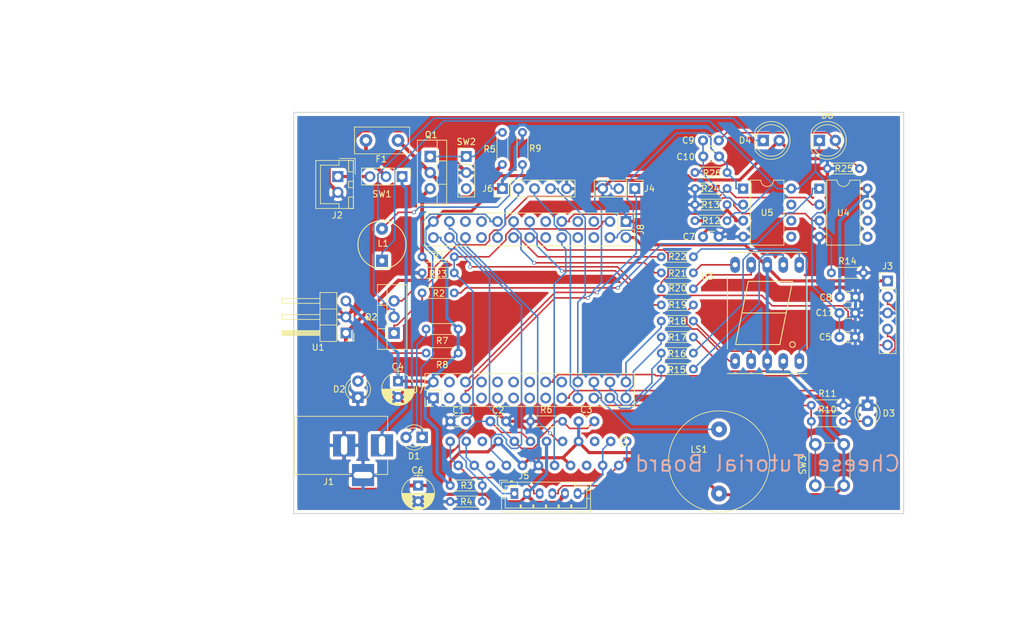
<source format=kicad_pcb>
(kicad_pcb (version 4) (host pcbnew 4.0.7)
  (layers (0 F.Cu signal) (31 B.Cu signal) (34 B.Paste user) (35 F.Paste user) (36 B.SilkS user) (37 F.SilkS user) (38 B.Mask user) (39 F.Mask user) (44 Edge.Cuts user))
  (net 0 "")
  (net 1 BATT_MONITOR)
  (net 2 GND)
  (net 3 "Net-(C2-Pad1)")
  (net 4 +3V3)
  (net 5 MOTOR_RESET)
  (net 6 +3.3VA)
  (net 7 +BATT)
  (net 8 /1.65V)
  (net 9 "Net-(C10-Pad2)")
  (net 10 "Net-(C9-Pad2)")
  (net 11 IR_SENSOR)
  (net 12 LED)
  (net 13 "Net-(D1-Pad2)")
  (net 14 "Net-(D2-Pad2)")
  (net 15 "Net-(D3-Pad2)")
  (net 16 "Net-(D4-Pad1)")
  (net 17 "Net-(F1-Pad1)")
  (net 18 "Net-(F1-Pad2)")
  (net 19 "Net-(J1-Pad1)")
  (net 20 "Net-(J2-Pad1)")
  (net 21 SWCLK)
  (net 22 SWDIO)
  (net 23 NRST)
  (net 24 RX)
  (net 25 TX)
  (net 26 "Net-(J5-Pad1)")
  (net 27 "Net-(J5-Pad3)")
  (net 28 "Net-(J5-Pad4)")
  (net 29 "Net-(J5-Pad6)")
  (net 30 LCD_RESET)
  (net 31 LCD_SCL)
  (net 32 LCD_SDA)
  (net 33 SW)
  (net 34 BUZZER)
  (net 35 7SEG_A)
  (net 36 7SEG_B)
  (net 37 7SEG_C)
  (net 38 7SEG_D)
  (net 39 IR_LED)
  (net 40 MOTOR_CLK)
  (net 41 7SEG_E)
  (net 42 7SEG_F)
  (net 43 7SEG_G)
  (net 44 7SEG_H)
  (net 45 MOTOR_MODE)
  (net 46 MOTOR_DIR)
  (net 47 "Net-(L1-Pad2)")
  (net 48 "Net-(Q1-Pad1)")
  (net 49 "Net-(Q2-Pad1)")
  (net 50 "Net-(Q2-Pad3)")
  (net 51 "Net-(R15-Pad1)")
  (net 52 "Net-(R16-Pad1)")
  (net 53 "Net-(R17-Pad1)")
  (net 54 "Net-(R18-Pad1)")
  (net 55 "Net-(R19-Pad1)")
  (net 56 "Net-(R20-Pad1)")
  (net 57 "Net-(R21-Pad1)")
  (net 58 "Net-(R22-Pad1)")
  (net 59 "Net-(R23-Pad2)")
  (module Capacitors_THT:C_Disc_D3.0mm_W1.6mm_P2.50mm (layer F.Cu) (at 104.775 112.395 180)
    (fp_text reference C1 (at 1.235 1.755 180) (layer F.SilkS))
    (fp_text value 1u)
    (pad 1 thru_hole circle (at 0 0 180) (size 1.6 1.6) (drill 0.8) (layers *.Cu *.Mask) (net 1 BATT_MONITOR))
    (pad 2 thru_hole circle (at 2.5 0 180) (size 1.6 1.6) (drill 0.8) (layers *.Cu *.Mask) (net 2 GND))
  )
  (module Capacitors_THT:C_Disc_D3.0mm_W1.6mm_P2.50mm (layer F.Cu) (at 108.585 112.395)
    (fp_text reference C2 (at 1.225 -1.735) (layer F.SilkS))
    (fp_text value 0.1u)
    (pad 1 thru_hole circle (at 0 0) (size 1.6 1.6) (drill 0.8) (layers *.Cu *.Mask) (net 3 "Net-(C2-Pad1)"))
    (pad 2 thru_hole circle (at 2.5 0) (size 1.6 1.6) (drill 0.8) (layers *.Cu *.Mask) (net 2 GND))
  )
  (module Capacitors_THT:C_Disc_D3.0mm_W1.6mm_P2.50mm (layer F.Cu) (at 122.555 112.395)
    (fp_text reference C3 (at 1.225 -1.835) (layer F.SilkS))
    (fp_text value 0.1u)
    (pad 1 thru_hole circle (at 0 0) (size 1.6 1.6) (drill 0.8) (layers *.Cu *.Mask) (net 4 +3V3))
    (pad 2 thru_hole circle (at 2.5 0) (size 1.6 1.6) (drill 0.8) (layers *.Cu *.Mask) (net 5 MOTOR_RESET))
  )
  (module Capacitors_THT:CP_Radial_D5.0mm_P2.50mm (layer F.Cu) (at 93.98 106.045 270)
    (fp_text reference C4 (at -2.305 0.04 360) (layer F.SilkS))
    (fp_text value 10u)
    (pad 1 thru_hole rect (at 0 0 270) (size 1.6 1.6) (drill 0.8) (layers *.Cu *.Mask) (net 4 +3V3))
    (pad 2 thru_hole circle (at 2.5 0 270) (size 1.6 1.6) (drill 0.8) (layers *.Cu *.Mask) (net 2 GND))
  )
  (module Capacitors_THT:C_Disc_D3.0mm_W1.6mm_P2.50mm (layer F.Cu) (at 163.83 99.06)
    (fp_text reference C5 (at -2.26 0) (layer F.SilkS))
    (fp_text value 10u)
    (pad 1 thru_hole circle (at 0 0) (size 1.6 1.6) (drill 0.8) (layers *.Cu *.Mask) (net 6 +3.3VA))
    (pad 2 thru_hole circle (at 2.5 0) (size 1.6 1.6) (drill 0.8) (layers *.Cu *.Mask) (net 2 GND))
  )
  (module Capacitors_THT:CP_Radial_D5.0mm_P2.50mm (layer F.Cu) (at 97.155 122.555 270)
    (fp_text reference C6 (at -2.405 0.085 360) (layer F.SilkS))
    (fp_text value 100u)
    (pad 1 thru_hole rect (at 0 0 270) (size 1.6 1.6) (drill 0.8) (layers *.Cu *.Mask) (net 7 +BATT))
    (pad 2 thru_hole circle (at 2.5 0 270) (size 1.6 1.6) (drill 0.8) (layers *.Cu *.Mask) (net 2 GND))
  )
  (module Capacitors_THT:C_Disc_D3.0mm_W1.6mm_P2.50mm (layer F.Cu) (at 142.24 83.185)
    (fp_text reference C7 (at -2.23 0.005) (layer F.SilkS))
    (fp_text value 0.1u)
    (pad 1 thru_hole circle (at 0 0) (size 1.6 1.6) (drill 0.8) (layers *.Cu *.Mask) (net 8 /1.65V))
    (pad 2 thru_hole circle (at 2.5 0) (size 1.6 1.6) (drill 0.8) (layers *.Cu *.Mask) (net 2 GND))
  )
  (module Capacitors_THT:C_Disc_D3.0mm_W1.6mm_P2.50mm (layer F.Cu) (at 166.37 92.71 180)
    (fp_text reference C8 (at 4.71 -0.08 180) (layer F.SilkS))
    (fp_text value 0.1u)
    (pad 1 thru_hole circle (at 0 0 180) (size 1.6 1.6) (drill 0.8) (layers *.Cu *.Mask) (net 2 GND))
    (pad 2 thru_hole circle (at 2.5 0 180) (size 1.6 1.6) (drill 0.8) (layers *.Cu *.Mask) (net 7 +BATT))
  )
  (module Capacitors_THT:C_Disc_D3.0mm_W1.6mm_P2.50mm (layer F.Cu) (at 142.24 67.945)
    (fp_text reference C9 (at -2.34 -0.015) (layer F.SilkS))
    (fp_text value 0.01u)
    (pad 1 thru_hole circle (at 0 0) (size 1.6 1.6) (drill 0.8) (layers *.Cu *.Mask) (net 9 "Net-(C10-Pad2)"))
    (pad 2 thru_hole circle (at 2.5 0) (size 1.6 1.6) (drill 0.8) (layers *.Cu *.Mask) (net 10 "Net-(C9-Pad2)"))
  )
  (module Capacitors_THT:C_Disc_D3.0mm_W1.6mm_P2.50mm (layer F.Cu) (at 144.78 70.485 180)
    (fp_text reference C10 (at 5.29 -0.055 180) (layer F.SilkS))
    (fp_text value 22p)
    (pad 1 thru_hole circle (at 0 0 180) (size 1.6 1.6) (drill 0.8) (layers *.Cu *.Mask) (net 11 IR_SENSOR))
    (pad 2 thru_hole circle (at 2.5 0 180) (size 1.6 1.6) (drill 0.8) (layers *.Cu *.Mask) (net 9 "Net-(C10-Pad2)"))
  )
  (module Capacitors_THT:C_Disc_D3.0mm_W1.6mm_P2.50mm (layer F.Cu) (at 163.83 95.25)
    (fp_text reference C11 (at -2.31 -0.03) (layer F.SilkS))
    (fp_text value 0.1u)
    (pad 1 thru_hole circle (at 0 0) (size 1.6 1.6) (drill 0.8) (layers *.Cu *.Mask) (net 6 +3.3VA))
    (pad 2 thru_hole circle (at 2.5 0) (size 1.6 1.6) (drill 0.8) (layers *.Cu *.Mask) (net 2 GND))
  )
  (module LEDs:LED_D3.0mm (layer F.Cu) (at 97.79 114.935 180)
    (fp_text reference D1 (at 1.27 -2.96 180) (layer F.SilkS))
    (fp_text value LED)
    (pad 1 thru_hole rect (at 0 0 180) (size 1.8 1.8) (drill 0.9) (layers *.Cu *.Mask) (net 12 LED))
    (pad 2 thru_hole circle (at 2.54 0 180) (size 1.8 1.8) (drill 0.9) (layers *.Cu *.Mask) (net 13 "Net-(D1-Pad2)"))
  )
  (module LEDs:LED_D3.0mm (layer F.Cu) (at 87.63 108.585 90)
    (fp_text reference D2 (at 1.27 -2.96 180) (layer F.SilkS))
    (fp_text value LED)
    (pad 1 thru_hole rect (at 0 0 90) (size 1.8 1.8) (drill 0.9) (layers *.Cu *.Mask) (net 2 GND))
    (pad 2 thru_hole circle (at 2.54 0 90) (size 1.8 1.8) (drill 0.9) (layers *.Cu *.Mask) (net 14 "Net-(D2-Pad2)"))
  )
  (module LEDs:LED_D3.0mm (layer F.Cu) (at 168.275 109.855 270)
    (fp_text reference D3 (at 1.275 -3.375 360) (layer F.SilkS))
    (fp_text value LED)
    (pad 1 thru_hole rect (at 0 0 270) (size 1.8 1.8) (drill 0.9) (layers *.Cu *.Mask) (net 2 GND))
    (pad 2 thru_hole circle (at 2.54 0 270) (size 1.8 1.8) (drill 0.9) (layers *.Cu *.Mask) (net 15 "Net-(D3-Pad2)"))
  )
  (module LEDs:LED_D5.0mm (layer F.Cu) (at 151.765 67.945)
    (fp_text reference D4 (at -2.875 -0.015) (layer F.SilkS))
    (fp_text value VSLY5850)
    (pad 1 thru_hole rect (at 0 0) (size 1.8 1.8) (drill 0.9) (layers *.Cu *.Mask) (net 16 "Net-(D4-Pad1)"))
    (pad 2 thru_hole circle (at 2.54 0) (size 1.8 1.8) (drill 0.9) (layers *.Cu *.Mask) (net 7 +BATT))
  )
  (module Connectors:BARREL_JACK (layer F.Cu) (at 91.44 116.205)
    (fp_text reference J1 (at -8.45 5.75 180) (layer F.SilkS))
    (fp_text value Jack-DC)
    (pad 1 thru_hole rect (at 0 0) (size 3.5 3.5) (drill oval 1 3) (layers *.Cu *.Mask) (net 19 "Net-(J1-Pad1)"))
    (pad 2 thru_hole rect (at -6 0) (size 3.5 3.5) (drill oval 1 3) (layers *.Cu *.Mask) (net 2 GND))
    (pad 3 thru_hole rect (at -3 4.7) (size 3.5 3.5) (drill oval 3 1) (layers *.Cu *.Mask) (net 2 GND))
  )
  (module Connectors_JST:JST_XH_B02B-XH-A_02x2.50mm_Straight (layer F.Cu) (at 84.455 73.66 270)
    (fp_text reference J2 (at 6.13 0.085 360) (layer F.SilkS))
    (fp_text value Battery)
    (pad 1 thru_hole rect (at 0 0 270) (size 1.75 1.75) (drill 1.05) (layers *.Cu *.Mask) (net 20 "Net-(J2-Pad1)"))
    (pad 2 thru_hole circle (at 2.5 0 270) (size 1.75 1.75) (drill 1.05) (layers *.Cu *.Mask) (net 2 GND))
  )
  (module Connectors_JST:JST_PH_B6B-PH-K_06x2.00mm_Straight (layer F.Cu) (at 112.395 123.825)
    (fp_text reference J5 (at 1.5 -2.8) (layer F.SilkS))
    (fp_text value Conn_01x06)
    (pad 1 thru_hole rect (at 0 0) (size 1.2 1.7) (drill 0.75) (layers *.Cu *.Mask) (net 26 "Net-(J5-Pad1)"))
    (pad 2 thru_hole oval (at 2 0) (size 1.2 1.7) (drill 0.75) (layers *.Cu *.Mask) (net 7 +BATT))
    (pad 3 thru_hole oval (at 4 0) (size 1.2 1.7) (drill 0.75) (layers *.Cu *.Mask) (net 27 "Net-(J5-Pad3)"))
    (pad 4 thru_hole oval (at 6 0) (size 1.2 1.7) (drill 0.75) (layers *.Cu *.Mask) (net 28 "Net-(J5-Pad4)"))
    (pad 5 thru_hole oval (at 8 0) (size 1.2 1.7) (drill 0.75) (layers *.Cu *.Mask) (net 7 +BATT))
    (pad 6 thru_hole oval (at 10 0) (size 1.2 1.7) (drill 0.75) (layers *.Cu *.Mask) (net 29 "Net-(J5-Pad6)"))
  )
  (module Pin_Headers:Pin_Header_Straight_2x13_Pitch2.54mm (layer F.Cu) (at 99.568 108.712 90)
    (fp_text reference J7 (at 1.27 -2.33 180) (layer F.SilkS))
    (fp_text value CN2)
    (pad 1 thru_hole rect (at 0 0 90) (size 1.7 1.7) (drill 1) (layers *.Cu *.Mask) (net 2 GND))
    (pad 2 thru_hole oval (at 2.54 0 90) (size 1.7 1.7) (drill 1) (layers *.Cu *.Mask) (net 4 +3V3))
    (pad 3 thru_hole oval (at 0 2.54 90) (size 1.7 1.7) (drill 1) (layers *.Cu *.Mask))
    (pad 4 thru_hole oval (at 2.54 2.54 90) (size 1.7 1.7) (drill 1) (layers *.Cu *.Mask))
    (pad 5 thru_hole oval (at 0 5.08 90) (size 1.7 1.7) (drill 1) (layers *.Cu *.Mask) (net 25 TX))
    (pad 6 thru_hole oval (at 2.54 5.08 90) (size 1.7 1.7) (drill 1) (layers *.Cu *.Mask) (net 24 RX))
    (pad 7 thru_hole oval (at 0 7.62 90) (size 1.7 1.7) (drill 1) (layers *.Cu *.Mask))
    (pad 8 thru_hole oval (at 2.54 7.62 90) (size 1.7 1.7) (drill 1) (layers *.Cu *.Mask))
    (pad 9 thru_hole oval (at 0 10.16 90) (size 1.7 1.7) (drill 1) (layers *.Cu *.Mask))
    (pad 10 thru_hole oval (at 2.54 10.16 90) (size 1.7 1.7) (drill 1) (layers *.Cu *.Mask))
    (pad 11 thru_hole oval (at 0 12.7 90) (size 1.7 1.7) (drill 1) (layers *.Cu *.Mask))
    (pad 12 thru_hole oval (at 2.54 12.7 90) (size 1.7 1.7) (drill 1) (layers *.Cu *.Mask))
    (pad 13 thru_hole oval (at 0 15.24 90) (size 1.7 1.7) (drill 1) (layers *.Cu *.Mask))
    (pad 14 thru_hole oval (at 2.54 15.24 90) (size 1.7 1.7) (drill 1) (layers *.Cu *.Mask))
    (pad 15 thru_hole oval (at 0 17.78 90) (size 1.7 1.7) (drill 1) (layers *.Cu *.Mask))
    (pad 16 thru_hole oval (at 2.54 17.78 90) (size 1.7 1.7) (drill 1) (layers *.Cu *.Mask) (net 22 SWDIO))
    (pad 17 thru_hole oval (at 0 20.32 90) (size 1.7 1.7) (drill 1) (layers *.Cu *.Mask) (net 21 SWCLK))
    (pad 18 thru_hole oval (at 2.54 20.32 90) (size 1.7 1.7) (drill 1) (layers *.Cu *.Mask))
    (pad 19 thru_hole oval (at 0 22.86 90) (size 1.7 1.7) (drill 1) (layers *.Cu *.Mask) (net 31 LCD_SCL))
    (pad 20 thru_hole oval (at 2.54 22.86 90) (size 1.7 1.7) (drill 1) (layers *.Cu *.Mask) (net 32 LCD_SDA))
    (pad 21 thru_hole oval (at 0 25.4 90) (size 1.7 1.7) (drill 1) (layers *.Cu *.Mask) (net 33 SW))
    (pad 22 thru_hole oval (at 2.54 25.4 90) (size 1.7 1.7) (drill 1) (layers *.Cu *.Mask) (net 34 BUZZER))
    (pad 23 thru_hole oval (at 0 27.94 90) (size 1.7 1.7) (drill 1) (layers *.Cu *.Mask) (net 35 7SEG_A))
    (pad 24 thru_hole oval (at 2.54 27.94 90) (size 1.7 1.7) (drill 1) (layers *.Cu *.Mask) (net 36 7SEG_B))
    (pad 25 thru_hole oval (at 0 30.48 90) (size 1.7 1.7) (drill 1) (layers *.Cu *.Mask) (net 37 7SEG_C))
    (pad 26 thru_hole oval (at 2.54 30.48 90) (size 1.7 1.7) (drill 1) (layers *.Cu *.Mask) (net 38 7SEG_D))
  )
  (module Pin_Headers:Pin_Header_Straight_2x13_Pitch2.54mm (layer F.Cu) (at 130.048 80.772 270)
    (fp_text reference J8 (at 1.27 -2.33 270) (layer F.SilkS))
    (fp_text value CN1)
    (pad 1 thru_hole rect (at 0 0 270) (size 1.7 1.7) (drill 1) (layers *.Cu *.Mask) (net 2 GND))
    (pad 2 thru_hole oval (at 2.54 0 270) (size 1.7 1.7) (drill 1) (layers *.Cu *.Mask) (net 4 +3V3))
    (pad 3 thru_hole oval (at 0 2.54 270) (size 1.7 1.7) (drill 1) (layers *.Cu *.Mask) (net 1 BATT_MONITOR))
    (pad 4 thru_hole oval (at 2.54 2.54 270) (size 1.7 1.7) (drill 1) (layers *.Cu *.Mask) (net 11 IR_SENSOR))
    (pad 5 thru_hole oval (at 0 5.08 270) (size 1.7 1.7) (drill 1) (layers *.Cu *.Mask))
    (pad 6 thru_hole oval (at 2.54 5.08 270) (size 1.7 1.7) (drill 1) (layers *.Cu *.Mask))
    (pad 7 thru_hole oval (at 0 7.62 270) (size 1.7 1.7) (drill 1) (layers *.Cu *.Mask))
    (pad 8 thru_hole oval (at 2.54 7.62 270) (size 1.7 1.7) (drill 1) (layers *.Cu *.Mask))
    (pad 9 thru_hole oval (at 0 10.16 270) (size 1.7 1.7) (drill 1) (layers *.Cu *.Mask) (net 39 IR_LED))
    (pad 10 thru_hole oval (at 2.54 10.16 270) (size 1.7 1.7) (drill 1) (layers *.Cu *.Mask) (net 40 MOTOR_CLK))
    (pad 11 thru_hole oval (at 0 12.7 270) (size 1.7 1.7) (drill 1) (layers *.Cu *.Mask))
    (pad 12 thru_hole oval (at 2.54 12.7 270) (size 1.7 1.7) (drill 1) (layers *.Cu *.Mask))
    (pad 13 thru_hole oval (at 0 15.24 270) (size 1.7 1.7) (drill 1) (layers *.Cu *.Mask) (net 41 7SEG_E))
    (pad 14 thru_hole oval (at 2.54 15.24 270) (size 1.7 1.7) (drill 1) (layers *.Cu *.Mask) (net 42 7SEG_F))
    (pad 15 thru_hole oval (at 0 17.78 270) (size 1.7 1.7) (drill 1) (layers *.Cu *.Mask) (net 43 7SEG_G))
    (pad 16 thru_hole oval (at 2.54 17.78 270) (size 1.7 1.7) (drill 1) (layers *.Cu *.Mask) (net 44 7SEG_H))
    (pad 17 thru_hole oval (at 0 20.32 270) (size 1.7 1.7) (drill 1) (layers *.Cu *.Mask) (net 12 LED))
    (pad 18 thru_hole oval (at 2.54 20.32 270) (size 1.7 1.7) (drill 1) (layers *.Cu *.Mask) (net 30 LCD_RESET))
    (pad 19 thru_hole oval (at 0 22.86 270) (size 1.7 1.7) (drill 1) (layers *.Cu *.Mask))
    (pad 20 thru_hole oval (at 2.54 22.86 270) (size 1.7 1.7) (drill 1) (layers *.Cu *.Mask))
    (pad 21 thru_hole oval (at 0 25.4 270) (size 1.7 1.7) (drill 1) (layers *.Cu *.Mask))
    (pad 22 thru_hole oval (at 2.54 25.4 270) (size 1.7 1.7) (drill 1) (layers *.Cu *.Mask) (net 45 MOTOR_MODE))
    (pad 23 thru_hole oval (at 0 27.94 270) (size 1.7 1.7) (drill 1) (layers *.Cu *.Mask) (net 46 MOTOR_DIR))
    (pad 24 thru_hole oval (at 2.54 27.94 270) (size 1.7 1.7) (drill 1) (layers *.Cu *.Mask) (net 5 MOTOR_RESET))
    (pad 25 thru_hole oval (at 0 30.48 270) (size 1.7 1.7) (drill 1) (layers *.Cu *.Mask) (net 4 +3V3))
    (pad 26 thru_hole oval (at 2.54 30.48 270) (size 1.7 1.7) (drill 1) (layers *.Cu *.Mask) (net 23 NRST))
  )
  (module Inductors:INDUCTOR_V (layer F.Cu) (at 91.44 84.455 90)
    (fp_text reference L1 (at 0.215 0.18 180) (layer F.SilkS))
    (fp_text value 100u)
    (pad 1 thru_hole rect (at -2.54 0 90) (size 1.905 1.905) (drill 0.8128) (layers *.Cu *.Mask) (net 6 +3.3VA))
    (pad 2 thru_hole circle (at 2.54 0 90) (size 1.905 1.905) (drill 0.8128) (layers *.Cu *.Mask) (net 47 "Net-(L1-Pad2)"))
  )
  (module Buzzers_Beepers:BUZZER (layer F.Cu) (at 144.78 118.745 90)
    (fp_text reference LS1 (at 1.905 -3.175 180) (layer F.SilkS))
    (fp_text value Speaker)
    (pad 2 thru_hole circle (at 5.08 0 90) (size 2.49936 2.49936) (drill 1.00076) (layers *.Cu *.Mask) (net 34 BUZZER))
    (pad 1 thru_hole circle (at -5.08 0 90) (size 2.49936 2.49936) (drill 1.00076) (layers *.Cu *.Mask) (net 4 +3V3))
  )
  (module TO_SOT_Packages_THT:TO-220-3_Vertical (layer F.Cu) (at 99.06 70.485 270)
    (fp_text reference Q1 (at -3.425 -0.17 360) (layer F.SilkS))
    (fp_text value 2SJ681)
    (pad 1 thru_hole rect (at 0 0 270) (size 1.8 1.8) (drill 1) (layers *.Cu *.Mask) (net 48 "Net-(Q1-Pad1)"))
    (pad 2 thru_hole oval (at 2.54 0 270) (size 1.8 1.8) (drill 1) (layers *.Cu *.Mask) (net 17 "Net-(F1-Pad1)"))
    (pad 3 thru_hole oval (at 5.08 0 270) (size 1.8 1.8) (drill 1) (layers *.Cu *.Mask) (net 7 +BATT))
  )
  (module TO_SOT_Packages_THT:TO-220-3_Vertical (layer F.Cu) (at 93.345 98.425 90)
    (fp_text reference Q2 (at 2.54 -3.62 180) (layer F.SilkS))
    (fp_text value 2SK2796L)
    (pad 1 thru_hole rect (at 0 0 90) (size 1.8 1.8) (drill 1) (layers *.Cu *.Mask) (net 49 "Net-(Q2-Pad1)"))
    (pad 2 thru_hole oval (at 2.54 0 90) (size 1.8 1.8) (drill 1) (layers *.Cu *.Mask) (net 16 "Net-(D4-Pad1)"))
    (pad 3 thru_hole oval (at 5.08 0 90) (size 1.8 1.8) (drill 1) (layers *.Cu *.Mask) (net 50 "Net-(Q2-Pad3)"))
  )
  (module Resistors_THT:R_Axial_DIN0204_L3.6mm_D1.6mm_P5.08mm_Horizontal (layer F.Cu) (at 97.79 86.36)
    (fp_text reference R1 (at 2.63 -0.04) (layer F.SilkS))
    (fp_text value 3.3k)
    (pad 1 thru_hole circle (at 0 0) (size 1.4 1.4) (drill 0.7) (layers *.Cu *.Mask) (net 7 +BATT))
    (pad 2 thru_hole oval (at 5.08 0) (size 1.4 1.4) (drill 0.7) (layers *.Cu *.Mask) (net 1 BATT_MONITOR))
  )
  (module Resistors_THT:R_Axial_DIN0204_L3.6mm_D1.6mm_P5.08mm_Horizontal (layer F.Cu) (at 102.87 88.9 180)
    (fp_text reference R2 (at 2.44 -3.26 180) (layer F.SilkS))
    (fp_text value 1k)
    (pad 1 thru_hole circle (at 0 0 180) (size 1.4 1.4) (drill 0.7) (layers *.Cu *.Mask) (net 1 BATT_MONITOR))
    (pad 2 thru_hole oval (at 5.08 0 180) (size 1.4 1.4) (drill 0.7) (layers *.Cu *.Mask) (net 2 GND))
  )
  (module Resistors_THT:R_Axial_DIN0204_L3.6mm_D1.6mm_P5.08mm_Horizontal (layer F.Cu) (at 102.235 122.555)
    (fp_text reference R3 (at 2.615 0.005) (layer F.SilkS))
    (fp_text value 10k)
    (pad 1 thru_hole circle (at 0 0) (size 1.4 1.4) (drill 0.7) (layers *.Cu *.Mask) (net 4 +3V3))
    (pad 2 thru_hole oval (at 5.08 0) (size 1.4 1.4) (drill 0.7) (layers *.Cu *.Mask) (net 3 "Net-(C2-Pad1)"))
  )
  (module Resistors_THT:R_Axial_DIN0204_L3.6mm_D1.6mm_P5.08mm_Horizontal (layer F.Cu) (at 107.315 125.095 180)
    (fp_text reference R4 (at 2.525 -0.015 180) (layer F.SilkS))
    (fp_text value 510)
    (pad 1 thru_hole circle (at 0 0 180) (size 1.4 1.4) (drill 0.7) (layers *.Cu *.Mask) (net 3 "Net-(C2-Pad1)"))
    (pad 2 thru_hole oval (at 5.08 0 180) (size 1.4 1.4) (drill 0.7) (layers *.Cu *.Mask) (net 2 GND))
  )
  (module Resistors_THT:R_Axial_DIN0204_L3.6mm_D1.6mm_P5.08mm_Horizontal (layer F.Cu) (at 110.49 71.755 90)
    (fp_text reference R5 (at 2.425 -2.02 180) (layer F.SilkS))
    (fp_text value 100k)
    (pad 1 thru_hole circle (at 0 0 90) (size 1.4 1.4) (drill 0.7) (layers *.Cu *.Mask) (net 17 "Net-(F1-Pad1)"))
    (pad 2 thru_hole oval (at 5.08 0 90) (size 1.4 1.4) (drill 0.7) (layers *.Cu *.Mask) (net 48 "Net-(Q1-Pad1)"))
  )
  (module Resistors_THT:R_Axial_DIN0204_L3.6mm_D1.6mm_P5.08mm_Horizontal (layer F.Cu) (at 120.015 112.395 180)
    (fp_text reference R6 (at 2.575 1.835 180) (layer F.SilkS))
    (fp_text value 10k)
    (pad 1 thru_hole circle (at 0 0 180) (size 1.4 1.4) (drill 0.7) (layers *.Cu *.Mask) (net 5 MOTOR_RESET))
    (pad 2 thru_hole oval (at 5.08 0 180) (size 1.4 1.4) (drill 0.7) (layers *.Cu *.Mask) (net 2 GND))
  )
  (module Resistors_THT:R_Axial_DIN0204_L3.6mm_D1.6mm_P5.08mm_Horizontal (layer F.Cu) (at 103.505 97.79 180)
    (fp_text reference R7 (at 2.54 -1.86 180) (layer F.SilkS))
    (fp_text value 1k)
    (pad 1 thru_hole circle (at 0 0 180) (size 1.4 1.4) (drill 0.7) (layers *.Cu *.Mask) (net 4 +3V3))
    (pad 2 thru_hole oval (at 5.08 0 180) (size 1.4 1.4) (drill 0.7) (layers *.Cu *.Mask) (net 13 "Net-(D1-Pad2)"))
  )
  (module Resistors_THT:R_Axial_DIN0204_L3.6mm_D1.6mm_P5.08mm_Horizontal (layer F.Cu) (at 103.505 101.6 180)
    (fp_text reference R8 (at 2.54 -1.86 180) (layer F.SilkS))
    (fp_text value 1k)
    (pad 1 thru_hole circle (at 0 0 180) (size 1.4 1.4) (drill 0.7) (layers *.Cu *.Mask) (net 4 +3V3))
    (pad 2 thru_hole oval (at 5.08 0 180) (size 1.4 1.4) (drill 0.7) (layers *.Cu *.Mask) (net 14 "Net-(D2-Pad2)"))
  )
  (module Resistors_THT:R_Axial_DIN0204_L3.6mm_D1.6mm_P5.08mm_Horizontal (layer F.Cu) (at 113.665 71.755 90)
    (fp_text reference R9 (at 2.555 2.025 180) (layer F.SilkS))
    (fp_text value 10)
    (pad 1 thru_hole circle (at 0 0 90) (size 1.4 1.4) (drill 0.7) (layers *.Cu *.Mask) (net 47 "Net-(L1-Pad2)"))
    (pad 2 thru_hole oval (at 5.08 0 90) (size 1.4 1.4) (drill 0.7) (layers *.Cu *.Mask) (net 4 +3V3))
  )
  (module Resistors_THT:R_Axial_DIN0204_L3.6mm_D1.6mm_P5.08mm_Horizontal (layer F.Cu) (at 159.385 112.395)
    (fp_text reference R10 (at 2.54 -1.86) (layer F.SilkS))
    (fp_text value 1k)
    (pad 1 thru_hole circle (at 0 0) (size 1.4 1.4) (drill 0.7) (layers *.Cu *.Mask) (net 33 SW))
    (pad 2 thru_hole oval (at 5.08 0) (size 1.4 1.4) (drill 0.7) (layers *.Cu *.Mask) (net 15 "Net-(D3-Pad2)"))
  )
  (module Resistors_THT:R_Axial_DIN0204_L3.6mm_D1.6mm_P5.08mm_Horizontal (layer F.Cu) (at 159.385 109.855)
    (fp_text reference R11 (at 2.54 -1.86) (layer F.SilkS))
    (fp_text value 10k)
    (pad 1 thru_hole circle (at 0 0) (size 1.4 1.4) (drill 0.7) (layers *.Cu *.Mask) (net 33 SW))
    (pad 2 thru_hole oval (at 5.08 0) (size 1.4 1.4) (drill 0.7) (layers *.Cu *.Mask) (net 2 GND))
  )
  (module Resistors_THT:R_Axial_DIN0204_L3.6mm_D1.6mm_P5.08mm_Horizontal (layer F.Cu) (at 146.05 80.645 180)
    (fp_text reference R12 (at 2.51 -0.005 180) (layer F.SilkS))
    (fp_text value 1k)
    (pad 1 thru_hole circle (at 0 0 180) (size 1.4 1.4) (drill 0.7) (layers *.Cu *.Mask) (net 6 +3.3VA))
    (pad 2 thru_hole oval (at 5.08 0 180) (size 1.4 1.4) (drill 0.7) (layers *.Cu *.Mask) (net 8 /1.65V))
  )
  (module Resistors_THT:R_Axial_DIN0204_L3.6mm_D1.6mm_P5.08mm_Horizontal (layer F.Cu) (at 146.05 78.105 180)
    (fp_text reference R13 (at 2.62 -0.025 180) (layer F.SilkS))
    (fp_text value 1k)
    (pad 1 thru_hole circle (at 0 0 180) (size 1.4 1.4) (drill 0.7) (layers *.Cu *.Mask) (net 8 /1.65V))
    (pad 2 thru_hole oval (at 5.08 0 180) (size 1.4 1.4) (drill 0.7) (layers *.Cu *.Mask) (net 2 GND))
  )
  (module Resistors_THT:R_Axial_DIN0204_L3.6mm_D1.6mm_P5.08mm_Horizontal (layer F.Cu) (at 162.56 88.9)
    (fp_text reference R14 (at 2.54 -1.86) (layer F.SilkS))
    (fp_text value 10k)
    (pad 1 thru_hole circle (at 0 0) (size 1.4 1.4) (drill 0.7) (layers *.Cu *.Mask) (net 39 IR_LED))
    (pad 2 thru_hole oval (at 5.08 0) (size 1.4 1.4) (drill 0.7) (layers *.Cu *.Mask) (net 2 GND))
  )
  (module Resistors_THT:R_Axial_DIN0204_L3.6mm_D1.6mm_P5.08mm_Horizontal (layer F.Cu) (at 140.716 104.14 180)
    (fp_text reference R15 (at 2.64 -0.105 180) (layer F.SilkS))
    (fp_text value 1k)
    (pad 1 thru_hole circle (at 0 0 180) (size 1.4 1.4) (drill 0.7) (layers *.Cu *.Mask) (net 51 "Net-(R15-Pad1)"))
    (pad 2 thru_hole oval (at 5.08 0 180) (size 1.4 1.4) (drill 0.7) (layers *.Cu *.Mask) (net 35 7SEG_A))
  )
  (module Resistors_THT:R_Axial_DIN0204_L3.6mm_D1.6mm_P5.08mm_Horizontal (layer F.Cu) (at 140.716 101.6 180)
    (fp_text reference R16 (at 2.6 -0.105 180) (layer F.SilkS))
    (fp_text value 1k)
    (pad 1 thru_hole circle (at 0 0 180) (size 1.4 1.4) (drill 0.7) (layers *.Cu *.Mask) (net 52 "Net-(R16-Pad1)"))
    (pad 2 thru_hole oval (at 5.08 0 180) (size 1.4 1.4) (drill 0.7) (layers *.Cu *.Mask) (net 36 7SEG_B))
  )
  (module Resistors_THT:R_Axial_DIN0204_L3.6mm_D1.6mm_P5.08mm_Horizontal (layer F.Cu) (at 140.716 99.06 180)
    (fp_text reference R17 (at 2.53 -0.035 180) (layer F.SilkS))
    (fp_text value 1k)
    (pad 1 thru_hole circle (at 0 0 180) (size 1.4 1.4) (drill 0.7) (layers *.Cu *.Mask) (net 53 "Net-(R17-Pad1)"))
    (pad 2 thru_hole oval (at 5.08 0 180) (size 1.4 1.4) (drill 0.7) (layers *.Cu *.Mask) (net 37 7SEG_C))
  )
  (module Resistors_THT:R_Axial_DIN0204_L3.6mm_D1.6mm_P5.08mm_Horizontal (layer F.Cu) (at 140.716 96.52 180)
    (fp_text reference R18 (at 2.56 -0.035 180) (layer F.SilkS))
    (fp_text value 1k)
    (pad 1 thru_hole circle (at 0 0 180) (size 1.4 1.4) (drill 0.7) (layers *.Cu *.Mask) (net 54 "Net-(R18-Pad1)"))
    (pad 2 thru_hole oval (at 5.08 0 180) (size 1.4 1.4) (drill 0.7) (layers *.Cu *.Mask) (net 38 7SEG_D))
  )
  (module Resistors_THT:R_Axial_DIN0204_L3.6mm_D1.6mm_P5.08mm_Horizontal (layer F.Cu) (at 140.716 93.98 180)
    (fp_text reference R19 (at 2.49 0.025 180) (layer F.SilkS))
    (fp_text value 1k)
    (pad 1 thru_hole circle (at 0 0 180) (size 1.4 1.4) (drill 0.7) (layers *.Cu *.Mask) (net 55 "Net-(R19-Pad1)"))
    (pad 2 thru_hole oval (at 5.08 0 180) (size 1.4 1.4) (drill 0.7) (layers *.Cu *.Mask) (net 41 7SEG_E))
  )
  (module Resistors_THT:R_Axial_DIN0204_L3.6mm_D1.6mm_P5.08mm_Horizontal (layer F.Cu) (at 140.716 91.44 180)
    (fp_text reference R20 (at 2.5 0.105 180) (layer F.SilkS))
    (fp_text value 1k)
    (pad 1 thru_hole circle (at 0 0 180) (size 1.4 1.4) (drill 0.7) (layers *.Cu *.Mask) (net 56 "Net-(R20-Pad1)"))
    (pad 2 thru_hole oval (at 5.08 0 180) (size 1.4 1.4) (drill 0.7) (layers *.Cu *.Mask) (net 42 7SEG_F))
  )
  (module Resistors_THT:R_Axial_DIN0204_L3.6mm_D1.6mm_P5.08mm_Horizontal (layer F.Cu) (at 140.716 88.9 180)
    (fp_text reference R21 (at 2.54 -0.075 180) (layer F.SilkS))
    (fp_text value 1k)
    (pad 1 thru_hole circle (at 0 0 180) (size 1.4 1.4) (drill 0.7) (layers *.Cu *.Mask) (net 57 "Net-(R21-Pad1)"))
    (pad 2 thru_hole oval (at 5.08 0 180) (size 1.4 1.4) (drill 0.7) (layers *.Cu *.Mask) (net 43 7SEG_G))
  )
  (module Resistors_THT:R_Axial_DIN0204_L3.6mm_D1.6mm_P5.08mm_Horizontal (layer F.Cu) (at 140.716 86.36 180)
    (fp_text reference R22 (at 2.54 0.025 180) (layer F.SilkS))
    (fp_text value 1k)
    (pad 1 thru_hole circle (at 0 0 180) (size 1.4 1.4) (drill 0.7) (layers *.Cu *.Mask) (net 58 "Net-(R22-Pad1)"))
    (pad 2 thru_hole oval (at 5.08 0 180) (size 1.4 1.4) (drill 0.7) (layers *.Cu *.Mask) (net 44 7SEG_H))
  )
  (module Resistors_THT:R_Axial_DIN0204_L3.6mm_D1.6mm_P5.08mm_Horizontal (layer F.Cu) (at 97.79 92.075)
    (fp_text reference R23 (at 2.52 -3.015) (layer F.SilkS))
    (fp_text value 10)
    (pad 1 thru_hole circle (at 0 0) (size 1.4 1.4) (drill 0.7) (layers *.Cu *.Mask) (net 49 "Net-(Q2-Pad1)"))
    (pad 2 thru_hole oval (at 5.08 0) (size 1.4 1.4) (drill 0.7) (layers *.Cu *.Mask) (net 59 "Net-(R23-Pad2)"))
  )
  (module Resistors_THT:R_Axial_DIN0204_L3.6mm_D1.6mm_P5.08mm_Horizontal (layer F.Cu) (at 146.05 75.565 180)
    (fp_text reference R24 (at 2.65 0.005 180) (layer F.SilkS))
    (fp_text value 33)
    (pad 1 thru_hole circle (at 0 0 180) (size 1.4 1.4) (drill 0.7) (layers *.Cu *.Mask) (net 50 "Net-(Q2-Pad3)"))
    (pad 2 thru_hole oval (at 5.08 0 180) (size 1.4 1.4) (drill 0.7) (layers *.Cu *.Mask) (net 2 GND))
  )
  (module Resistors_THT:R_Axial_DIN0204_L3.6mm_D1.6mm_P5.08mm_Horizontal (layer F.Cu) (at 167.005 72.39 180)
    (fp_text reference R25 (at 2.475 -0.02 180) (layer F.SilkS))
    (fp_text value 100k)
    (pad 1 thru_hole circle (at 0 0 180) (size 1.4 1.4) (drill 0.7) (layers *.Cu *.Mask) (net 10 "Net-(C9-Pad2)"))
    (pad 2 thru_hole oval (at 5.08 0 180) (size 1.4 1.4) (drill 0.7) (layers *.Cu *.Mask) (net 2 GND))
  )
  (module Resistors_THT:R_Axial_DIN0204_L3.6mm_D1.6mm_P5.08mm_Horizontal (layer F.Cu) (at 146.05 73.025 180)
    (fp_text reference R26 (at 2.4 -0.125 180) (layer F.SilkS))
    (fp_text value 220k)
    (pad 1 thru_hole circle (at 0 0 180) (size 1.4 1.4) (drill 0.7) (layers *.Cu *.Mask) (net 11 IR_SENSOR))
    (pad 2 thru_hole oval (at 5.08 0 180) (size 1.4 1.4) (drill 0.7) (layers *.Cu *.Mask) (net 9 "Net-(C10-Pad2)"))
  )
  (module Pin_Headers:Pin_Header_Straight_1x03_Pitch2.54mm (layer F.Cu) (at 94.615 73.66 270)
    (fp_text reference SW1 (at 2.76 3.185 360) (layer F.SilkS))
    (fp_text value SW_SPDT)
    (pad 1 thru_hole rect (at 0 0 270) (size 1.7 1.7) (drill 1) (layers *.Cu *.Mask) (net 19 "Net-(J1-Pad1)"))
    (pad 2 thru_hole oval (at 0 2.54 270) (size 1.7 1.7) (drill 1) (layers *.Cu *.Mask) (net 18 "Net-(F1-Pad2)"))
    (pad 3 thru_hole oval (at 0 5.08 270) (size 1.7 1.7) (drill 1) (layers *.Cu *.Mask) (net 20 "Net-(J2-Pad1)"))
  )
  (module Pin_Headers:Pin_Header_Straight_1x03_Pitch2.54mm (layer F.Cu) (at 104.775 70.485)
    (fp_text reference SW2 (at 0 -2.33) (layer F.SilkS))
    (fp_text value SW_SPST)
    (pad 1 thru_hole rect (at 0 0) (size 1.7 1.7) (drill 1) (layers *.Cu *.Mask) (net 48 "Net-(Q1-Pad1)"))
    (pad 2 thru_hole oval (at 0 2.54) (size 1.7 1.7) (drill 1) (layers *.Cu *.Mask) (net 2 GND))
    (pad 3 thru_hole oval (at 0 5.08) (size 1.7 1.7) (drill 1) (layers *.Cu *.Mask))
  )
  (module SLA7073:SLA7073 (layer F.Cu) (at 130.175 115.57 270)
    (fp_text reference U2 (at 0 0.5 270) (layer F.SilkS))
    (fp_text value SLA7073MPRT)
    (pad 1 thru_hole circle (at 0 0 270) (size 1.524 1.524) (drill 0.762) (layers *.Cu *.Mask) (net 28 "Net-(J5-Pad4)"))
    (pad 2 thru_hole circle (at 3.81 1.27 270) (size 1.524 1.524) (drill 0.762) (layers *.Cu *.Mask) (net 28 "Net-(J5-Pad4)"))
    (pad 3 thru_hole circle (at 0 2.54 270) (size 1.524 1.524) (drill 0.762) (layers *.Cu *.Mask) (net 29 "Net-(J5-Pad6)"))
    (pad 4 thru_hole circle (at 3.81 3.81 270) (size 1.524 1.524) (drill 0.762) (layers *.Cu *.Mask) (net 29 "Net-(J5-Pad6)"))
    (pad 5 thru_hole circle (at 0 5.08 270) (size 1.524 1.524) (drill 0.762) (layers *.Cu *.Mask))
    (pad 6 thru_hole circle (at 3.81 6.35 270) (size 1.524 1.524) (drill 0.762) (layers *.Cu *.Mask))
    (pad 7 thru_hole circle (at 0 7.62 270) (size 1.524 1.524) (drill 0.762) (layers *.Cu *.Mask) (net 4 +3V3))
    (pad 8 thru_hole circle (at 3.81 8.89 270) (size 1.524 1.524) (drill 0.762) (layers *.Cu *.Mask) (net 4 +3V3))
    (pad 9 thru_hole circle (at 0 10.16 270) (size 1.524 1.524) (drill 0.762) (layers *.Cu *.Mask) (net 45 MOTOR_MODE))
    (pad 10 thru_hole circle (at 3.81 11.43 270) (size 1.524 1.524) (drill 0.762) (layers *.Cu *.Mask) (net 40 MOTOR_CLK))
    (pad 11 thru_hole circle (at 0 12.7 270) (size 1.524 1.524) (drill 0.762) (layers *.Cu *.Mask) (net 7 +BATT))
    (pad 12 thru_hole circle (at 3.81 13.97 270) (size 1.524 1.524) (drill 0.762) (layers *.Cu *.Mask) (net 2 GND))
    (pad 13 thru_hole circle (at 0 15.24 270) (size 1.524 1.524) (drill 0.762) (layers *.Cu *.Mask) (net 3 "Net-(C2-Pad1)"))
    (pad 14 thru_hole circle (at 3.81 16.51 270) (size 1.524 1.524) (drill 0.762) (layers *.Cu *.Mask) (net 4 +3V3))
    (pad 15 thru_hole circle (at 0 17.78 270) (size 1.524 1.524) (drill 0.762) (layers *.Cu *.Mask) (net 5 MOTOR_RESET))
    (pad 16 thru_hole circle (at 3.81 19.05 270) (size 1.524 1.524) (drill 0.762) (layers *.Cu *.Mask) (net 46 MOTOR_DIR))
    (pad 17 thru_hole circle (at 0 20.32 270) (size 1.524 1.524) (drill 0.762) (layers *.Cu *.Mask) (net 4 +3V3))
    (pad 18 thru_hole circle (at 3.81 21.59 270) (size 1.524 1.524) (drill 0.762) (layers *.Cu *.Mask))
    (pad 19 thru_hole circle (at 0 22.86 270) (size 1.524 1.524) (drill 0.762) (layers *.Cu *.Mask))
    (pad 20 thru_hole circle (at 3.81 24.13 270) (size 1.524 1.524) (drill 0.762) (layers *.Cu *.Mask) (net 26 "Net-(J5-Pad1)"))
    (pad 21 thru_hole circle (at 0 25.4 270) (size 1.524 1.524) (drill 0.762) (layers *.Cu *.Mask) (net 26 "Net-(J5-Pad1)"))
    (pad 22 thru_hole circle (at 3.81 26.67 270) (size 1.524 1.524) (drill 0.762) (layers *.Cu *.Mask) (net 27 "Net-(J5-Pad3)"))
    (pad 23 thru_hole circle (at 0 27.94 270) (size 1.524 1.524) (drill 0.762) (layers *.Cu *.Mask) (net 27 "Net-(J5-Pad3)"))
  )
  (module Displays_7-Segment:7SegmentLED_LTS6760_LTS6780 (layer F.Cu) (at 152.4 95.25)
    (fp_text reference U3 (at -9.5 -5.8) (layer F.SilkS))
    (fp_text value 7SEGMENT_CA)
    (pad 1 thru_hole oval (at -5.08 7.62) (size 1.524 2.524) (drill 0.8) (layers *.Cu *.Mask) (net 55 "Net-(R19-Pad1)"))
    (pad 2 thru_hole oval (at -2.54 7.62) (size 1.524 2.524) (drill 0.8) (layers *.Cu *.Mask) (net 54 "Net-(R18-Pad1)"))
    (pad 3 thru_hole oval (at 0 7.62) (size 1.524 2.524) (drill 0.8) (layers *.Cu *.Mask) (net 4 +3V3))
    (pad 4 thru_hole oval (at 2.54 7.62) (size 1.524 2.524) (drill 0.8) (layers *.Cu *.Mask) (net 53 "Net-(R17-Pad1)"))
    (pad 5 thru_hole oval (at 5.08 7.62) (size 1.524 2.524) (drill 0.8) (layers *.Cu *.Mask) (net 58 "Net-(R22-Pad1)"))
    (pad 6 thru_hole oval (at 5.08 -7.62) (size 1.524 2.524) (drill 0.8) (layers *.Cu *.Mask) (net 52 "Net-(R16-Pad1)"))
    (pad 7 thru_hole oval (at 2.54 -7.62) (size 1.524 2.524) (drill 0.8) (layers *.Cu *.Mask) (net 51 "Net-(R15-Pad1)"))
    (pad 8 thru_hole oval (at 0 -7.62) (size 1.524 2.524) (drill 0.8) (layers *.Cu *.Mask) (net 4 +3V3))
    (pad 9 thru_hole oval (at -2.54 -7.62) (size 1.524 2.524) (drill 0.8) (layers *.Cu *.Mask) (net 56 "Net-(R20-Pad1)"))
    (pad 10 thru_hole oval (at -5.08 -7.62) (size 1.524 2.524) (drill 0.8) (layers *.Cu *.Mask) (net 57 "Net-(R21-Pad1)"))
  )
  (module Housings_DIP:DIP-8_W7.62mm (layer F.Cu) (at 160.655 75.565)
    (fp_text reference U4 (at 3.795 3.845) (layer F.SilkS))
    (fp_text value NJM2742D)
    (pad 1 thru_hole rect (at 0 0) (size 1.6 1.6) (drill 0.8) (layers *.Cu *.Mask) (net 59 "Net-(R23-Pad2)"))
    (pad 5 thru_hole oval (at 7.62 7.62) (size 1.6 1.6) (drill 0.8) (layers *.Cu *.Mask))
    (pad 2 thru_hole oval (at 0 2.54) (size 1.6 1.6) (drill 0.8) (layers *.Cu *.Mask) (net 50 "Net-(Q2-Pad3)"))
    (pad 6 thru_hole oval (at 7.62 5.08) (size 1.6 1.6) (drill 0.8) (layers *.Cu *.Mask))
    (pad 3 thru_hole oval (at 0 5.08) (size 1.6 1.6) (drill 0.8) (layers *.Cu *.Mask) (net 39 IR_LED))
    (pad 7 thru_hole oval (at 7.62 2.54) (size 1.6 1.6) (drill 0.8) (layers *.Cu *.Mask))
    (pad 4 thru_hole oval (at 0 7.62) (size 1.6 1.6) (drill 0.8) (layers *.Cu *.Mask) (net 2 GND))
    (pad 8 thru_hole oval (at 7.62 0) (size 1.6 1.6) (drill 0.8) (layers *.Cu *.Mask) (net 7 +BATT))
  )
  (module Housings_DIP:DIP-8_W7.62mm (layer F.Cu) (at 148.59 75.565)
    (fp_text reference U5 (at 3.79 3.815) (layer F.SilkS))
    (fp_text value NJU7072D)
    (pad 1 thru_hole rect (at 0 0) (size 1.6 1.6) (drill 0.8) (layers *.Cu *.Mask) (net 11 IR_SENSOR))
    (pad 5 thru_hole oval (at 7.62 7.62) (size 1.6 1.6) (drill 0.8) (layers *.Cu *.Mask))
    (pad 2 thru_hole oval (at 0 2.54) (size 1.6 1.6) (drill 0.8) (layers *.Cu *.Mask) (net 9 "Net-(C10-Pad2)"))
    (pad 6 thru_hole oval (at 7.62 5.08) (size 1.6 1.6) (drill 0.8) (layers *.Cu *.Mask))
    (pad 3 thru_hole oval (at 0 5.08) (size 1.6 1.6) (drill 0.8) (layers *.Cu *.Mask) (net 8 /1.65V))
    (pad 7 thru_hole oval (at 7.62 2.54) (size 1.6 1.6) (drill 0.8) (layers *.Cu *.Mask))
    (pad 4 thru_hole oval (at 0 7.62) (size 1.6 1.6) (drill 0.8) (layers *.Cu *.Mask) (net 2 GND))
    (pad 8 thru_hole oval (at 7.62 0) (size 1.6 1.6) (drill 0.8) (layers *.Cu *.Mask) (net 6 +3.3VA))
  )
  (module Pin_Headers:Pin_Header_Angled_1x03_Pitch2.54mm (layer F.Cu) (at 85.725 98.425 180)
    (fp_text reference U1 (at 4.385 -2.27 180) (layer F.SilkS))
    (fp_text value R-78E3.3-0.5)
    (pad 1 thru_hole rect (at 0 0 180) (size 1.7 1.7) (drill 1) (layers *.Cu *.Mask) (net 7 +BATT))
    (pad 2 thru_hole oval (at 0 2.54 180) (size 1.7 1.7) (drill 1) (layers *.Cu *.Mask) (net 2 GND))
    (pad 3 thru_hole oval (at 0 5.08 180) (size 1.7 1.7) (drill 1) (layers *.Cu *.Mask) (net 4 +3V3))
  )
  (module Fuse_Holders_and_Fuses:Fuse_TE5_Littlefuse-395Series (layer F.Cu) (at 93.98 67.945 180)
    (fp_text reference F1 (at 2.65 -2.95 180) (layer F.SilkS))
    (fp_text value Polyfuse)
    (pad 1 thru_hole circle (at 0 0 180) (size 2 2) (drill 1) (layers *.Cu *.Mask) (net 17 "Net-(F1-Pad1)"))
    (pad 2 thru_hole circle (at 5.08 0.01 180) (size 2 2) (drill 1) (layers *.Cu *.Mask) (net 18 "Net-(F1-Pad2)"))
  )
  (module Pin_Headers:Pin_Header_Straight_1x05_Pitch2.54mm (layer F.Cu) (at 171.45 90.17)
    (fp_text reference J3 (at 0 -2.33) (layer F.SilkS))
    (fp_text value Conn_01x05)
    (pad 1 thru_hole rect (at 0 0) (size 1.7 1.7) (drill 1) (layers *.Cu *.Mask) (net 4 +3V3))
    (pad 2 thru_hole oval (at 0 2.54) (size 1.7 1.7) (drill 1) (layers *.Cu *.Mask) (net 21 SWCLK))
    (pad 3 thru_hole oval (at 0 5.08) (size 1.7 1.7) (drill 1) (layers *.Cu *.Mask) (net 2 GND))
    (pad 4 thru_hole oval (at 0 7.62) (size 1.7 1.7) (drill 1) (layers *.Cu *.Mask) (net 22 SWDIO))
    (pad 5 thru_hole oval (at 0 10.16) (size 1.7 1.7) (drill 1) (layers *.Cu *.Mask) (net 23 NRST))
  )
  (module Pin_Headers:Pin_Header_Straight_1x03_Pitch2.54mm (layer F.Cu) (at 131.445 75.565 270)
    (fp_text reference J4 (at 0 -2.33 360) (layer F.SilkS))
    (fp_text value Conn_01x03)
    (pad 1 thru_hole rect (at 0 0 270) (size 1.7 1.7) (drill 1) (layers *.Cu *.Mask) (net 24 RX))
    (pad 2 thru_hole oval (at 0 2.54 270) (size 1.7 1.7) (drill 1) (layers *.Cu *.Mask) (net 25 TX))
    (pad 3 thru_hole oval (at 0 5.08 270) (size 1.7 1.7) (drill 1) (layers *.Cu *.Mask) (net 2 GND))
  )
  (module Pin_Headers:Pin_Header_Straight_1x05_Pitch2.54mm (layer F.Cu) (at 110.49 75.565 90)
    (fp_text reference J6 (at 0 -2.33 180) (layer F.SilkS))
    (fp_text value AE-AQM0802)
    (pad 1 thru_hole rect (at 0 0 90) (size 1.7 1.7) (drill 1) (layers *.Cu *.Mask) (net 4 +3V3))
    (pad 2 thru_hole oval (at 0 2.54 90) (size 1.7 1.7) (drill 1) (layers *.Cu *.Mask) (net 30 LCD_RESET))
    (pad 3 thru_hole oval (at 0 5.08 90) (size 1.7 1.7) (drill 1) (layers *.Cu *.Mask) (net 31 LCD_SCL))
    (pad 4 thru_hole oval (at 0 7.62 90) (size 1.7 1.7) (drill 1) (layers *.Cu *.Mask) (net 32 LCD_SDA))
    (pad 5 thru_hole oval (at 0 10.16 90) (size 1.7 1.7) (drill 1) (layers *.Cu *.Mask) (net 2 GND))
  )
  (module LEDs:LED_D5.0mm (layer F.Cu) (at 160.655 67.945)
    (fp_text reference D6 (at 1.27 -3.96) (layer F.SilkS))
    (fp_text value SFH213FA)
    (pad 1 thru_hole rect (at 0 0) (size 1.8 1.8) (drill 0.9) (layers *.Cu *.Mask) (net 6 +3.3VA))
    (pad 2 thru_hole circle (at 2.54 0) (size 1.8 1.8) (drill 0.9) (layers *.Cu *.Mask) (net 10 "Net-(C9-Pad2)"))
  )
  (module Buttons_Switches_THT:SW_PUSH_6mm_h4.3mm (layer F.Cu) (at 160.02 122.555 90)
    (fp_text reference SW3 (at 3.25 -2 90) (layer F.SilkS))
    (fp_text value SW_DPST_x2)
    (pad 2 thru_hole circle (at 0 4.5 180) (size 2 2) (drill 1.1) (layers *.Cu *.Mask) (net 4 +3V3))
    (pad 1 thru_hole circle (at 0 0 180) (size 2 2) (drill 1.1) (layers *.Cu *.Mask) (net 33 SW))
    (pad 2 thru_hole circle (at 6.5 4.5 180) (size 2 2) (drill 1.1) (layers *.Cu *.Mask) (net 4 +3V3))
    (pad 1 thru_hole circle (at 6.5 0 180) (size 2 2) (drill 1.1) (layers *.Cu *.Mask) (net 33 SW))
  )
  (gr_text "Cheese Tutorial Board" (at 152.45 119.08) (layer B.SilkS) (effects (font (size 2.5 2.5) (thickness 0.3)) (justify mirror)))
  (gr_line (start 77.47 63.5) (end 173.99 63.5) (angle 90) (layer Edge.Cuts) (width 0.15))
  (gr_line (start 77.47 127) (end 77.47 63.5) (angle 90) (layer Edge.Cuts) (width 0.15))
  (gr_line (start 173.99 127) (end 77.47 127) (angle 90) (layer Edge.Cuts) (width 0.15))
  (gr_line (start 173.99 127) (end 173.99 63.5) (angle 90) (layer Edge.Cuts) (width 0.15))
  (segment (start 102.87 86.36) (end 102.87 87.3853) (width 0.25) (layer B.Cu) (net 1))
  (segment (start 105.8466 91.8766) (end 102.87 88.9) (width 0.25) (layer B.Cu) (net 1))
  (segment (start 105.8466 111.3234) (end 105.8466 91.8766) (width 0.25) (layer B.Cu) (net 1))
  (segment (start 104.775 112.395) (end 105.8466 111.3234) (width 0.25) (layer B.Cu) (net 1))
  (segment (start 102.87 88.9) (end 102.87 87.3853) (width 0.25) (layer B.Cu) (net 1))
  (segment (start 126.3327 81.1394) (end 126.3327 80.772) (width 0.25) (layer F.Cu) (net 1))
  (segment (start 125.5248 81.9473) (end 126.3327 81.1394) (width 0.25) (layer F.Cu) (net 1))
  (segment (start 111.9531 81.9473) (end 125.5248 81.9473) (width 0.25) (layer F.Cu) (net 1))
  (segment (start 111.0405 82.8599) (end 111.9531 81.9473) (width 0.25) (layer F.Cu) (net 1))
  (segment (start 111.0405 83.6999) (end 111.0405 82.8599) (width 0.25) (layer F.Cu) (net 1))
  (segment (start 108.3804 86.36) (end 111.0405 83.6999) (width 0.25) (layer F.Cu) (net 1))
  (segment (start 102.87 86.36) (end 108.3804 86.36) (width 0.25) (layer F.Cu) (net 1))
  (segment (start 127.508 80.772) (end 126.3327 80.772) (width 0.25) (layer F.Cu) (net 1))
  (segment (start 98.185 66.435) (end 88.253998 66.435) (width 0.5) (layer F.Cu) (net 2))
  (segment (start 88.253998 66.435) (end 83.08 71.608998) (width 0.5) (layer F.Cu) (net 2))
  (segment (start 83.08 74.785) (end 83.08 71.608998) (width 0.5) (layer F.Cu) (net 2))
  (segment (start 83.58 93.74) (end 85.725 95.885) (width 0.5) (layer F.Cu) (net 2))
  (segment (start 83.58 77.035) (end 83.58 93.74) (width 0.5) (layer F.Cu) (net 2))
  (segment (start 84.455 76.16) (end 83.58 77.035) (width 0.5) (layer F.Cu) (net 2))
  (segment (start 86.09 120.905) (end 88.44 120.905) (width 0.6) (layer F.Cu) (net 2))
  (segment (start 85.44 120.255) (end 86.09 120.905) (width 0.6) (layer F.Cu) (net 2))
  (segment (start 85.44 116.205) (end 85.44 120.255) (width 0.6) (layer F.Cu) (net 2))
  (segment (start 83.08 74.785) (end 84.455 76.16) (width 0.6) (layer F.Cu) (net 2))
  (segment (start 104.775 73.025) (end 98.185 66.435) (width 0.6) (layer F.Cu) (net 2))
  (segment (start 92.71 88.9) (end 85.725 95.885) (width 0.6) (layer F.Cu) (net 2))
  (segment (start 97.79 88.9) (end 92.71 88.9) (width 0.6) (layer F.Cu) (net 2))
  (segment (start 86.13 108.585) (end 87.63 108.585) (width 0.6) (layer F.Cu) (net 2))
  (segment (start 85.44 109.275) (end 86.13 108.585) (width 0.6) (layer F.Cu) (net 2))
  (segment (start 85.44 116.205) (end 85.44 109.275) (width 0.6) (layer F.Cu) (net 2))
  (segment (start 99.568 108.712) (end 98.2677 108.712) (width 0.5) (layer F.Cu) (net 2))
  (segment (start 93.98 108.565) (end 93.98 108.545) (width 0.5) (layer F.Cu) (net 2))
  (segment (start 93.96 108.585) (end 93.98 108.565) (width 0.5) (layer F.Cu) (net 2))
  (segment (start 87.63 108.585) (end 93.96 108.585) (width 0.5) (layer F.Cu) (net 2))
  (segment (start 98.1207 108.565) (end 98.2677 108.712) (width 0.5) (layer F.Cu) (net 2))
  (segment (start 93.98 108.565) (end 98.1207 108.565) (width 0.5) (layer F.Cu) (net 2))
  (segment (start 127.4416 76.8653) (end 130.048 79.4717) (width 0.5) (layer B.Cu) (net 2))
  (segment (start 126.365 76.8653) (end 127.4416 76.8653) (width 0.5) (layer B.Cu) (net 2))
  (segment (start 130.048 80.772) (end 130.048 79.4717) (width 0.5) (layer B.Cu) (net 2))
  (segment (start 126.365 75.565) (end 126.365 76.8653) (width 0.5) (layer B.Cu) (net 2))
  (segment (start 140.97 78.105) (end 140.97 79.2553) (width 0.5) (layer B.Cu) (net 2))
  (segment (start 116.205 114.8153) (end 114.935 113.5453) (width 0.5) (layer B.Cu) (net 2))
  (segment (start 116.205 119.38) (end 116.205 114.8153) (width 0.5) (layer B.Cu) (net 2))
  (segment (start 114.935 112.395) (end 114.935 113.5453) (width 0.5) (layer B.Cu) (net 2))
  (segment (start 140.97 75.565) (end 140.97 78.105) (width 0.5) (layer B.Cu) (net 2))
  (segment (start 161.9053 84.3156) (end 166.4897 88.9) (width 0.5) (layer F.Cu) (net 2))
  (segment (start 161.9053 83.185) (end 161.9053 84.3156) (width 0.5) (layer F.Cu) (net 2))
  (segment (start 167.64 88.9) (end 166.4897 88.9) (width 0.5) (layer F.Cu) (net 2))
  (segment (start 120.65 75.565) (end 126.365 75.565) (width 0.5) (layer F.Cu) (net 2))
  (segment (start 140.97 75.565) (end 139.8197 75.565) (width 0.5) (layer F.Cu) (net 2))
  (segment (start 99.8923 110.0123) (end 102.275 112.395) (width 0.5) (layer B.Cu) (net 2))
  (segment (start 99.568 110.0123) (end 99.8923 110.0123) (width 0.5) (layer B.Cu) (net 2))
  (segment (start 99.568 108.712) (end 99.568 110.0123) (width 0.5) (layer B.Cu) (net 2))
  (segment (start 138.5193 74.2646) (end 139.8197 75.565) (width 0.5) (layer F.Cu) (net 2))
  (segment (start 127.6654 74.2646) (end 138.5193 74.2646) (width 0.5) (layer F.Cu) (net 2))
  (segment (start 126.365 75.565) (end 127.6654 74.2646) (width 0.5) (layer F.Cu) (net 2))
  (segment (start 94.7903 125.055) (end 90.6403 120.905) (width 0.5) (layer B.Cu) (net 2))
  (segment (start 97.155 125.055) (end 94.7903 125.055) (width 0.5) (layer B.Cu) (net 2))
  (segment (start 88.44 120.905) (end 90.6403 120.905) (width 0.5) (layer B.Cu) (net 2))
  (segment (start 111.8143 67.286) (end 106.0753 73.025) (width 0.5) (layer B.Cu) (net 2))
  (segment (start 111.8143 66.8438) (end 111.8143 67.286) (width 0.5) (layer B.Cu) (net 2))
  (segment (start 113.1748 65.4833) (end 111.8143 66.8438) (width 0.5) (layer B.Cu) (net 2))
  (segment (start 114.1243 65.4833) (end 113.1748 65.4833) (width 0.5) (layer B.Cu) (net 2))
  (segment (start 120.65 72.009) (end 114.1243 65.4833) (width 0.5) (layer B.Cu) (net 2))
  (segment (start 120.65 75.565) (end 120.65 72.009) (width 0.5) (layer B.Cu) (net 2))
  (segment (start 104.775 73.025) (end 106.0753 73.025) (width 0.5) (layer B.Cu) (net 2))
  (segment (start 101.0447 125.055) (end 101.0847 125.095) (width 0.5) (layer F.Cu) (net 2))
  (segment (start 97.155 125.055) (end 101.0447 125.055) (width 0.5) (layer F.Cu) (net 2))
  (segment (start 102.235 125.095) (end 101.0847 125.095) (width 0.5) (layer F.Cu) (net 2))
  (segment (start 114.935 112.395) (end 113.7847 112.395) (width 0.5) (layer F.Cu) (net 2))
  (segment (start 109.811 111.121) (end 111.085 112.395) (width 0.5) (layer F.Cu) (net 2))
  (segment (start 103.549 111.121) (end 109.811 111.121) (width 0.5) (layer F.Cu) (net 2))
  (segment (start 102.275 112.395) (end 103.549 111.121) (width 0.5) (layer F.Cu) (net 2))
  (segment (start 111.085 112.395) (end 113.7847 112.395) (width 0.5) (layer F.Cu) (net 2))
  (segment (start 158.1347 81.915) (end 159.4047 83.185) (width 0.5) (layer F.Cu) (net 2))
  (segment (start 151.1103 81.915) (end 158.1347 81.915) (width 0.5) (layer F.Cu) (net 2))
  (segment (start 149.8403 83.185) (end 151.1103 81.915) (width 0.5) (layer F.Cu) (net 2))
  (segment (start 148.59 83.185) (end 149.8403 83.185) (width 0.5) (layer F.Cu) (net 2))
  (segment (start 160.655 83.185) (end 159.4047 83.185) (width 0.5) (layer F.Cu) (net 2))
  (segment (start 166.37 91.3203) (end 166.37 92.71) (width 0.5) (layer B.Cu) (net 2))
  (segment (start 167.64 90.0503) (end 166.37 91.3203) (width 0.5) (layer B.Cu) (net 2))
  (segment (start 167.64 88.9) (end 167.64 90.0503) (width 0.5) (layer B.Cu) (net 2))
  (segment (start 141.2576 79.2553) (end 140.97 79.2553) (width 0.5) (layer B.Cu) (net 2))
  (segment (start 144.74 82.7377) (end 141.2576 79.2553) (width 0.5) (layer B.Cu) (net 2))
  (segment (start 144.74 83.185) (end 144.74 82.7377) (width 0.5) (layer B.Cu) (net 2))
  (segment (start 148.59 83.185) (end 147.3397 83.185) (width 0.5) (layer B.Cu) (net 2))
  (segment (start 144.74 83.185) (end 147.3397 83.185) (width 0.5) (layer B.Cu) (net 2))
  (segment (start 160.655 83.185) (end 161.7302 83.185) (width 0.5) (layer F.Cu) (net 2))
  (segment (start 161.7302 83.185) (end 161.9053 83.185) (width 0.5) (layer F.Cu) (net 2))
  (segment (start 161.925 83.1653) (end 161.925 72.39) (width 0.5) (layer F.Cu) (net 2))
  (segment (start 161.9053 83.185) (end 161.925 83.1653) (width 0.5) (layer F.Cu) (net 2))
  (segment (start 171.45 95.25) (end 170.1497 95.25) (width 0.5) (layer B.Cu) (net 2))
  (segment (start 170.1097 95.21) (end 170.1497 95.25) (width 0.5) (layer B.Cu) (net 2))
  (segment (start 166.37 95.21) (end 170.1097 95.21) (width 0.5) (layer B.Cu) (net 2))
  (segment (start 166.37 92.71) (end 166.37 95.21) (width 0.5) (layer B.Cu) (net 2))
  (segment (start 166.37 95.21) (end 166.33 95.25) (width 0.5) (layer B.Cu) (net 2))
  (segment (start 87.0254 97.1854) (end 85.725 95.885) (width 0.5) (layer B.Cu) (net 2))
  (segment (start 87.0254 102.2776) (end 87.0254 97.1854) (width 0.5) (layer B.Cu) (net 2))
  (segment (start 86.2545 103.0485) (end 87.0254 102.2776) (width 0.5) (layer B.Cu) (net 2))
  (segment (start 86.2545 107.2095) (end 86.2545 103.0485) (width 0.5) (layer B.Cu) (net 2))
  (segment (start 87.63 108.585) (end 86.2545 107.2095) (width 0.5) (layer B.Cu) (net 2))
  (segment (start 166.33 95.25) (end 166.33 99.06) (width 0.5) (layer B.Cu) (net 2))
  (segment (start 164.465 109.855) (end 164.465 108.7047) (width 0.5) (layer B.Cu) (net 2))
  (segment (start 168.275 109.855) (end 166.9247 109.855) (width 0.5) (layer B.Cu) (net 2))
  (segment (start 165.1197 108.05) (end 166.9247 109.855) (width 0.5) (layer B.Cu) (net 2))
  (segment (start 166.33 106.8397) (end 165.1197 108.05) (width 0.5) (layer B.Cu) (net 2))
  (segment (start 166.33 99.06) (end 166.33 106.8397) (width 0.5) (layer B.Cu) (net 2))
  (segment (start 165.1197 108.05) (end 164.465 108.7047) (width 0.5) (layer B.Cu) (net 2))
  (segment (start 107.315 125.095) (end 107.315 122.555) (width 0.25) (layer B.Cu) (net 3))
  (segment (start 106.6421 121.5297) (end 107.315 121.5297) (width 0.25) (layer B.Cu) (net 3))
  (segment (start 104.775 119.6626) (end 106.6421 121.5297) (width 0.25) (layer B.Cu) (net 3))
  (segment (start 104.775 118.7469) (end 104.775 119.6626) (width 0.25) (layer B.Cu) (net 3))
  (segment (start 103.6752 117.6471) (end 104.775 118.7469) (width 0.25) (layer B.Cu) (net 3))
  (segment (start 103.6752 115.119) (end 103.6752 117.6471) (width 0.25) (layer B.Cu) (net 3))
  (segment (start 106.3992 112.395) (end 103.6752 115.119) (width 0.25) (layer B.Cu) (net 3))
  (segment (start 108.585 112.395) (end 106.3992 112.395) (width 0.25) (layer B.Cu) (net 3))
  (segment (start 107.315 122.555) (end 107.315 121.5297) (width 0.25) (layer B.Cu) (net 3))
  (segment (start 110.3508 114.1608) (end 108.585 112.395) (width 0.25) (layer F.Cu) (net 3))
  (segment (start 113.5258 114.1608) (end 110.3508 114.1608) (width 0.25) (layer F.Cu) (net 3))
  (segment (start 114.935 115.57) (end 113.5258 114.1608) (width 0.25) (layer F.Cu) (net 3))
  (segment (start 112.5147 68.9756) (end 113.665 67.8253) (width 0.5) (layer B.Cu) (net 4))
  (segment (start 112.5147 72.24) (end 112.5147 68.9756) (width 0.5) (layer B.Cu) (net 4))
  (segment (start 110.49 74.2647) (end 112.5147 72.24) (width 0.5) (layer B.Cu) (net 4))
  (segment (start 110.49 75.565) (end 110.49 74.2647) (width 0.5) (layer B.Cu) (net 4))
  (segment (start 113.665 66.675) (end 113.665 67.8253) (width 0.5) (layer B.Cu) (net 4))
  (segment (start 98.1407 106.045) (end 98.2677 106.172) (width 0.5) (layer F.Cu) (net 4))
  (segment (start 93.98 106.045) (end 98.1407 106.045) (width 0.5) (layer F.Cu) (net 4))
  (segment (start 99.568 106.172) (end 98.2677 106.172) (width 0.5) (layer F.Cu) (net 4))
  (segment (start 109.855 115.57) (end 113.665 119.38) (width 0.5) (layer B.Cu) (net 4))
  (segment (start 122.555 115.57) (end 122.555 112.395) (width 0.5) (layer B.Cu) (net 4))
  (segment (start 108.1961 117.2289) (end 109.855 115.57) (width 0.5) (layer F.Cu) (net 4))
  (segment (start 103.8702 117.2289) (end 108.1961 117.2289) (width 0.5) (layer F.Cu) (net 4))
  (segment (start 102.235 118.8641) (end 103.8702 117.2289) (width 0.5) (layer F.Cu) (net 4))
  (segment (start 102.235 122.555) (end 102.235 118.8641) (width 0.5) (layer F.Cu) (net 4))
  (segment (start 103.505 97.79) (end 103.505 101.6) (width 0.5) (layer B.Cu) (net 4))
  (segment (start 98.242 82.098) (end 99.568 80.772) (width 0.5) (layer B.Cu) (net 4))
  (segment (start 98.242 84.1115) (end 98.242 82.098) (width 0.5) (layer B.Cu) (net 4))
  (segment (start 101.712 87.5815) (end 98.242 84.1115) (width 0.5) (layer B.Cu) (net 4))
  (segment (start 101.712 95.997) (end 101.712 87.5815) (width 0.5) (layer B.Cu) (net 4))
  (segment (start 103.505 97.79) (end 101.712 95.997) (width 0.5) (layer B.Cu) (net 4))
  (segment (start 152.4 102.87) (end 152.4 87.63) (width 0.5) (layer B.Cu) (net 4))
  (segment (start 164.52 122.555) (end 164.52 116.055) (width 0.5) (layer B.Cu) (net 4))
  (segment (start 155.798 104.5823) (end 152.4 104.5823) (width 0.5) (layer B.Cu) (net 4))
  (segment (start 161.8686 110.6529) (end 155.798 104.5823) (width 0.5) (layer B.Cu) (net 4))
  (segment (start 161.8686 113.4036) (end 161.8686 110.6529) (width 0.5) (layer B.Cu) (net 4))
  (segment (start 164.52 116.055) (end 161.8686 113.4036) (width 0.5) (layer B.Cu) (net 4))
  (segment (start 152.4 102.87) (end 152.4 104.5823) (width 0.5) (layer B.Cu) (net 4))
  (segment (start 98.2676 107.4724) (end 99.568 106.172) (width 0.5) (layer B.Cu) (net 4))
  (segment (start 98.2676 111.7985) (end 98.2676 107.4724) (width 0.5) (layer B.Cu) (net 4))
  (segment (start 100.1678 113.6987) (end 98.2676 111.7985) (width 0.5) (layer B.Cu) (net 4))
  (segment (start 100.1678 120.4878) (end 100.1678 113.6987) (width 0.5) (layer B.Cu) (net 4))
  (segment (start 102.235 122.555) (end 100.1678 120.4878) (width 0.5) (layer B.Cu) (net 4))
  (segment (start 100.2333 104.8717) (end 103.505 101.6) (width 0.5) (layer B.Cu) (net 4))
  (segment (start 99.568 104.8717) (end 100.2333 104.8717) (width 0.5) (layer B.Cu) (net 4))
  (segment (start 99.568 106.172) (end 99.568 104.8717) (width 0.5) (layer B.Cu) (net 4))
  (segment (start 105.5794 79.1753) (end 109.1897 75.565) (width 0.5) (layer F.Cu) (net 4))
  (segment (start 101.1647 79.1753) (end 105.5794 79.1753) (width 0.5) (layer F.Cu) (net 4))
  (segment (start 99.568 80.772) (end 101.1647 79.1753) (width 0.5) (layer F.Cu) (net 4))
  (segment (start 110.49 75.565) (end 109.1897 75.565) (width 0.5) (layer F.Cu) (net 4))
  (segment (start 93.98 101.6) (end 85.725 93.345) (width 0.5) (layer B.Cu) (net 4))
  (segment (start 93.98 106.045) (end 93.98 101.6) (width 0.5) (layer B.Cu) (net 4))
  (segment (start 130.048 83.312) (end 131.3483 83.312) (width 0.5) (layer F.Cu) (net 4))
  (segment (start 132.4958 84.4595) (end 131.3483 83.312) (width 0.5) (layer F.Cu) (net 4))
  (segment (start 148.904 84.4595) (end 132.4958 84.4595) (width 0.5) (layer F.Cu) (net 4))
  (segment (start 152.4 87.9555) (end 148.904 84.4595) (width 0.5) (layer F.Cu) (net 4))
  (segment (start 152.4 87.9979) (end 152.4 87.9555) (width 0.5) (layer F.Cu) (net 4))
  (segment (start 152.4 87.63) (end 152.4 87.9979) (width 0.5) (layer F.Cu) (net 4))
  (segment (start 154.5721 90.17) (end 171.45 90.17) (width 0.5) (layer F.Cu) (net 4))
  (segment (start 152.4 87.9979) (end 154.5721 90.17) (width 0.5) (layer F.Cu) (net 4))
  (segment (start 144.9659 124.0109) (end 144.78 123.825) (width 0.5) (layer F.Cu) (net 4))
  (segment (start 163.0641 124.0109) (end 144.9659 124.0109) (width 0.5) (layer F.Cu) (net 4))
  (segment (start 164.52 122.555) (end 163.0641 124.0109) (width 0.5) (layer F.Cu) (net 4))
  (segment (start 121.285 119.38) (end 120.0656 118.1606) (width 0.5) (layer F.Cu) (net 4))
  (segment (start 114.8844 118.1606) (end 113.665 119.38) (width 0.5) (layer F.Cu) (net 4))
  (segment (start 120.0656 118.1606) (end 114.8844 118.1606) (width 0.5) (layer F.Cu) (net 4))
  (segment (start 138.2973 117.3423) (end 144.78 123.825) (width 0.5) (layer F.Cu) (net 4))
  (segment (start 124.2261 117.3423) (end 138.2973 117.3423) (width 0.5) (layer F.Cu) (net 4))
  (segment (start 122.555 115.6712) (end 124.2261 117.3423) (width 0.5) (layer F.Cu) (net 4))
  (segment (start 120.0656 118.1606) (end 122.555 115.6712) (width 0.5) (layer F.Cu) (net 4))
  (segment (start 122.555 115.6712) (end 122.555 115.57) (width 0.5) (layer F.Cu) (net 4))
  (segment (start 123.9294 113.5206) (end 125.055 112.395) (width 0.25) (layer F.Cu) (net 5))
  (segment (start 121.1406 113.5206) (end 123.9294 113.5206) (width 0.25) (layer F.Cu) (net 5))
  (segment (start 120.015 112.395) (end 121.1406 113.5206) (width 0.25) (layer F.Cu) (net 5))
  (segment (start 108.458 89.662) (end 102.108 83.312) (width 0.25) (layer B.Cu) (net 5))
  (segment (start 108.458 110.2056) (end 108.458 89.662) (width 0.25) (layer B.Cu) (net 5))
  (segment (start 109.7104 111.458) (end 108.458 110.2056) (width 0.25) (layer B.Cu) (net 5))
  (segment (start 109.7104 112.8854) (end 109.7104 111.458) (width 0.25) (layer B.Cu) (net 5))
  (segment (start 112.395 115.57) (end 109.7104 112.8854) (width 0.25) (layer B.Cu) (net 5))
  (segment (start 119.053 112.395) (end 120.015 112.395) (width 0.25) (layer F.Cu) (net 5))
  (segment (start 116.2554 115.1926) (end 119.053 112.395) (width 0.25) (layer F.Cu) (net 5))
  (segment (start 116.2554 115.7875) (end 116.2554 115.1926) (width 0.25) (layer F.Cu) (net 5))
  (segment (start 115.3532 116.6897) (end 116.2554 115.7875) (width 0.25) (layer F.Cu) (net 5))
  (segment (start 113.5147 116.6897) (end 115.3532 116.6897) (width 0.25) (layer F.Cu) (net 5))
  (segment (start 112.395 115.57) (end 113.5147 116.6897) (width 0.25) (layer F.Cu) (net 5))
  (segment (start 160.655 67.945) (end 160.655 69.1703) (width 0.25) (layer B.Cu) (net 6))
  (segment (start 157.3353 75.565) (end 160.0386 72.8617) (width 0.25) (layer B.Cu) (net 6))
  (segment (start 160.0386 69.7867) (end 160.655 69.1703) (width 0.25) (layer B.Cu) (net 6))
  (segment (start 160.0386 72.8617) (end 160.0386 69.7867) (width 0.25) (layer B.Cu) (net 6))
  (segment (start 163.83 99.06) (end 163.83 95.25) (width 0.25) (layer B.Cu) (net 6))
  (segment (start 161.7804 74.6035) (end 160.0386 72.8617) (width 0.25) (layer B.Cu) (net 6))
  (segment (start 161.7804 78.6443) (end 161.7804 74.6035) (width 0.25) (layer B.Cu) (net 6))
  (segment (start 161.0499 79.3748) (end 161.7804 78.6443) (width 0.25) (layer B.Cu) (net 6))
  (segment (start 160.3192 79.3748) (end 161.0499 79.3748) (width 0.25) (layer B.Cu) (net 6))
  (segment (start 159.4997 80.1943) (end 160.3192 79.3748) (width 0.25) (layer B.Cu) (net 6))
  (segment (start 159.4997 90.9197) (end 159.4997 80.1943) (width 0.25) (layer B.Cu) (net 6))
  (segment (start 163.83 95.25) (end 159.4997 90.9197) (width 0.25) (layer B.Cu) (net 6))
  (segment (start 156.7727 75.565) (end 157.3353 75.565) (width 0.25) (layer B.Cu) (net 6))
  (segment (start 156.7727 75.565) (end 156.21 75.565) (width 0.25) (layer B.Cu) (net 6))
  (segment (start 156.21 75.565) (end 155.0847 75.565) (width 0.25) (layer B.Cu) (net 6))
  (segment (start 91.44 86.995) (end 91.44 85.7172) (width 0.25) (layer B.Cu) (net 6))
  (segment (start 148.9273 79.375) (end 153.354 74.9483) (width 0.25) (layer B.Cu) (net 6))
  (segment (start 147.32 79.375) (end 148.9273 79.375) (width 0.25) (layer B.Cu) (net 6))
  (segment (start 146.05 80.645) (end 147.32 79.375) (width 0.25) (layer B.Cu) (net 6))
  (segment (start 153.9706 75.565) (end 153.354 74.9483) (width 0.25) (layer B.Cu) (net 6))
  (segment (start 155.0847 75.565) (end 153.9706 75.565) (width 0.25) (layer B.Cu) (net 6))
  (segment (start 93.4396 83.7176) (end 91.44 85.7172) (width 0.25) (layer B.Cu) (net 6))
  (segment (start 93.4396 72.6374) (end 93.4396 83.7176) (width 0.25) (layer B.Cu) (net 6))
  (segment (start 101.196 64.881) (end 93.4396 72.6374) (width 0.25) (layer B.Cu) (net 6))
  (segment (start 143.2866 64.881) (end 101.196 64.881) (width 0.25) (layer B.Cu) (net 6))
  (segment (start 153.354 74.9483) (end 143.2866 64.881) (width 0.25) (layer B.Cu) (net 6))
  (segment (start 94.05 90.1) (end 98.292002 90.1) (width 0.5) (layer F.Cu) (net 7))
  (segment (start 98.292002 90.1) (end 98.940001 89.452001) (width 0.5) (layer F.Cu) (net 7))
  (segment (start 98.940001 89.452001) (end 98.940001 87.510001) (width 0.5) (layer F.Cu) (net 7))
  (segment (start 98.940001 87.510001) (end 98.489999 87.059999) (width 0.5) (layer F.Cu) (net 7))
  (segment (start 98.489999 87.059999) (end 97.79 86.36) (width 0.5) (layer F.Cu) (net 7))
  (segment (start 114.395 123.825) (end 114.395 124.075) (width 0.5) (layer F.Cu) (net 7))
  (segment (start 114.395 124.075) (end 113.344999 125.125001) (width 0.5) (layer F.Cu) (net 7))
  (segment (start 113.344999 125.125001) (end 109.047003 125.125001) (width 0.5) (layer F.Cu) (net 7))
  (segment (start 99.844999 123.944999) (end 98.455 122.555) (width 0.5) (layer F.Cu) (net 7))
  (segment (start 109.047003 125.125001) (end 107.867001 123.944999) (width 0.5) (layer F.Cu) (net 7))
  (segment (start 107.867001 123.944999) (end 99.844999 123.944999) (width 0.5) (layer F.Cu) (net 7))
  (segment (start 98.455 122.555) (end 97.155 122.555) (width 0.5) (layer F.Cu) (net 7))
  (segment (start 82.296 119.161) (end 82.385998 119.161) (width 0.5) (layer F.Cu) (net 7))
  (segment (start 86.379998 123.155) (end 95.155 123.155) (width 0.5) (layer F.Cu) (net 7))
  (segment (start 82.385998 119.161) (end 86.379998 123.155) (width 0.5) (layer F.Cu) (net 7))
  (segment (start 119.888 124.332) (end 120.395 123.825) (width 0.6) (layer F.Cu) (net 7))
  (segment (start 119.888 124.582) (end 119.888 124.332) (width 0.6) (layer F.Cu) (net 7))
  (segment (start 119.195 125.275) (end 119.888 124.582) (width 0.6) (layer F.Cu) (net 7))
  (segment (start 115.595 125.275) (end 119.195 125.275) (width 0.6) (layer F.Cu) (net 7))
  (segment (start 114.395 124.075) (end 115.595 125.275) (width 0.6) (layer F.Cu) (net 7))
  (segment (start 114.395 123.475) (end 114.395 123.825) (width 0.6) (layer F.Cu) (net 7))
  (segment (start 95.755 122.555) (end 97.155 122.555) (width 0.6) (layer F.Cu) (net 7))
  (segment (start 95.155 123.155) (end 95.755 122.555) (width 0.6) (layer F.Cu) (net 7))
  (segment (start 82.296 103.304) (end 82.296 119.161) (width 0.6) (layer F.Cu) (net 7))
  (segment (start 85.725 99.875) (end 82.296 103.304) (width 0.6) (layer F.Cu) (net 7))
  (segment (start 85.725 98.425) (end 85.725 99.875) (width 0.6) (layer F.Cu) (net 7))
  (segment (start 117.475 120.745) (end 117.475 115.57) (width 0.5) (layer B.Cu) (net 7))
  (segment (start 114.395 123.825) (end 117.475 120.745) (width 0.5) (layer B.Cu) (net 7))
  (segment (start 163.87 80.6733) (end 163.87 92.71) (width 0.5) (layer B.Cu) (net 7))
  (segment (start 167.728 76.8153) (end 163.87 80.6733) (width 0.5) (layer B.Cu) (net 7))
  (segment (start 168.275 76.8153) (end 167.728 76.8153) (width 0.5) (layer B.Cu) (net 7))
  (segment (start 168.275 75.565) (end 168.275 76.8153) (width 0.5) (layer B.Cu) (net 7))
  (segment (start 85.725 98.425) (end 94.05 90.1) (width 0.6) (layer F.Cu) (net 7))
  (segment (start 168.275 75.565) (end 167.0247 75.565) (width 0.5) (layer F.Cu) (net 7))
  (segment (start 97.79 77.2335) (end 97.79 86.36) (width 0.6) (layer F.Cu) (net 7))
  (segment (start 97.79 76.835) (end 97.79 77.2335) (width 0.6) (layer F.Cu) (net 7))
  (segment (start 99.06 75.565) (end 97.79 76.835) (width 0.6) (layer F.Cu) (net 7))
  (segment (start 157.1932 70.8332) (end 154.305 67.945) (width 0.5) (layer F.Cu) (net 7))
  (segment (start 162.2929 70.8332) (end 157.1932 70.8332) (width 0.5) (layer F.Cu) (net 7))
  (segment (start 167.0247 75.565) (end 162.2929 70.8332) (width 0.5) (layer F.Cu) (net 7))
  (segment (start 98.2398 77.6833) (end 97.79 77.2335) (width 0.5) (layer F.Cu) (net 7))
  (segment (start 106.0118 77.6833) (end 98.2398 77.6833) (width 0.5) (layer F.Cu) (net 7))
  (segment (start 110.18 73.5151) (end 106.0118 77.6833) (width 0.5) (layer F.Cu) (net 7))
  (segment (start 139.8333 73.5151) (end 110.18 73.5151) (width 0.5) (layer F.Cu) (net 7))
  (segment (start 140.521 74.2028) (end 139.8333 73.5151) (width 0.5) (layer F.Cu) (net 7))
  (segment (start 148.0472 74.2028) (end 140.521 74.2028) (width 0.5) (layer F.Cu) (net 7))
  (segment (start 154.305 67.945) (end 148.0472 74.2028) (width 0.5) (layer F.Cu) (net 7))
  (segment (start 148.59 80.645) (end 147.4187 80.645) (width 0.5) (layer F.Cu) (net 8))
  (segment (start 147.4187 80.3522) (end 146.0336 78.967) (width 0.5) (layer F.Cu) (net 8))
  (segment (start 147.4187 80.645) (end 147.4187 80.3522) (width 0.5) (layer F.Cu) (net 8))
  (segment (start 146.05 78.9506) (end 146.0336 78.967) (width 0.5) (layer F.Cu) (net 8))
  (segment (start 146.05 78.105) (end 146.05 78.9506) (width 0.5) (layer F.Cu) (net 8))
  (segment (start 140.97 80.645) (end 142.1203 80.645) (width 0.5) (layer F.Cu) (net 8))
  (segment (start 143.238 81.7626) (end 142.1203 80.645) (width 0.5) (layer F.Cu) (net 8))
  (segment (start 146.0336 78.967) (end 143.238 81.7626) (width 0.5) (layer F.Cu) (net 8))
  (segment (start 142.24 82.7606) (end 142.24 83.185) (width 0.5) (layer F.Cu) (net 8))
  (segment (start 143.238 81.7626) (end 142.24 82.7606) (width 0.5) (layer F.Cu) (net 8))
  (segment (start 142.24 70.445) (end 142.24 67.945) (width 0.25) (layer B.Cu) (net 9))
  (segment (start 142.28 70.485) (end 142.24 70.445) (width 0.25) (layer B.Cu) (net 9))
  (segment (start 145.95 76.9797) (end 141.9953 73.025) (width 0.25) (layer B.Cu) (net 9))
  (segment (start 146.4802 76.9797) (end 145.95 76.9797) (width 0.25) (layer B.Cu) (net 9))
  (segment (start 147.4647 77.9642) (end 146.4802 76.9797) (width 0.25) (layer B.Cu) (net 9))
  (segment (start 147.4647 78.105) (end 147.4647 77.9642) (width 0.25) (layer B.Cu) (net 9))
  (segment (start 148.59 78.105) (end 147.4647 78.105) (width 0.25) (layer B.Cu) (net 9))
  (segment (start 140.97 73.025) (end 141.4827 73.025) (width 0.25) (layer B.Cu) (net 9))
  (segment (start 141.4827 73.025) (end 141.9953 73.025) (width 0.25) (layer B.Cu) (net 9))
  (segment (start 142.28 72.2277) (end 142.28 70.485) (width 0.25) (layer B.Cu) (net 9))
  (segment (start 141.4827 73.025) (end 142.28 72.2277) (width 0.25) (layer B.Cu) (net 9))
  (segment (start 145.9654 66.7196) (end 144.74 67.945) (width 0.25) (layer F.Cu) (net 10))
  (segment (start 161.9696 66.7196) (end 145.9654 66.7196) (width 0.25) (layer F.Cu) (net 10))
  (segment (start 163.195 67.945) (end 161.9696 66.7196) (width 0.25) (layer F.Cu) (net 10))
  (segment (start 163.195 68.58) (end 163.195 67.945) (width 0.25) (layer F.Cu) (net 10))
  (segment (start 167.005 72.39) (end 163.195 68.58) (width 0.25) (layer F.Cu) (net 10))
  (segment (start 147.4647 74.4397) (end 146.05 73.025) (width 0.25) (layer B.Cu) (net 11))
  (segment (start 147.4647 75.565) (end 147.4647 74.4397) (width 0.25) (layer B.Cu) (net 11))
  (segment (start 148.59 75.565) (end 147.4647 75.565) (width 0.25) (layer B.Cu) (net 11))
  (segment (start 146.05 71.755) (end 144.78 70.485) (width 0.25) (layer B.Cu) (net 11))
  (segment (start 146.05 73.025) (end 146.05 71.755) (width 0.25) (layer B.Cu) (net 11))
  (segment (start 128.6833 82.9446) (end 128.6833 83.312) (width 0.25) (layer B.Cu) (net 11))
  (segment (start 129.4912 82.1367) (end 128.6833 82.9446) (width 0.25) (layer B.Cu) (net 11))
  (segment (start 130.8898 82.1367) (end 129.4912 82.1367) (width 0.25) (layer B.Cu) (net 11))
  (segment (start 131.2234 81.8031) (end 130.8898 82.1367) (width 0.25) (layer B.Cu) (net 11))
  (segment (start 131.2234 78.2168) (end 131.2234 81.8031) (width 0.25) (layer B.Cu) (net 11))
  (segment (start 130.2389 77.2323) (end 131.2234 78.2168) (width 0.25) (layer B.Cu) (net 11))
  (segment (start 130.2389 74.5721) (end 130.2389 77.2323) (width 0.25) (layer B.Cu) (net 11))
  (segment (start 138.0307 66.7803) (end 130.2389 74.5721) (width 0.25) (layer B.Cu) (net 11))
  (segment (start 142.6956 66.7803) (end 138.0307 66.7803) (width 0.25) (layer B.Cu) (net 11))
  (segment (start 143.49 67.5747) (end 142.6956 66.7803) (width 0.25) (layer B.Cu) (net 11))
  (segment (start 143.49 69.195) (end 143.49 67.5747) (width 0.25) (layer B.Cu) (net 11))
  (segment (start 144.78 70.485) (end 143.49 69.195) (width 0.25) (layer B.Cu) (net 11))
  (segment (start 127.508 83.312) (end 128.6833 83.312) (width 0.25) (layer B.Cu) (net 11))
  (segment (start 97.6546 113.5743) (end 97.79 113.7097) (width 0.25) (layer B.Cu) (net 12))
  (segment (start 97.6546 103.8594) (end 97.6546 113.5743) (width 0.25) (layer B.Cu) (net 12))
  (segment (start 99.4594 102.0546) (end 97.6546 103.8594) (width 0.25) (layer B.Cu) (net 12))
  (segment (start 99.4594 86.1426) (end 99.4594 102.0546) (width 0.25) (layer B.Cu) (net 12))
  (segment (start 97.6529 84.3361) (end 99.4594 86.1426) (width 0.25) (layer B.Cu) (net 12))
  (segment (start 97.6529 80.9972) (end 97.6529 84.3361) (width 0.25) (layer B.Cu) (net 12))
  (segment (start 99.0535 79.5966) (end 97.6529 80.9972) (width 0.25) (layer B.Cu) (net 12))
  (segment (start 107.7446 79.5966) (end 99.0535 79.5966) (width 0.25) (layer B.Cu) (net 12))
  (segment (start 108.5527 80.4047) (end 107.7446 79.5966) (width 0.25) (layer B.Cu) (net 12))
  (segment (start 108.5527 80.772) (end 108.5527 80.4047) (width 0.25) (layer B.Cu) (net 12))
  (segment (start 109.728 80.772) (end 108.5527 80.772) (width 0.25) (layer B.Cu) (net 12))
  (segment (start 97.79 114.935) (end 97.79 113.7097) (width 0.25) (layer B.Cu) (net 12))
  (segment (start 98.425 97.79) (end 98.425 98.8153) (width 0.25) (layer B.Cu) (net 13))
  (segment (start 96.9494 113.2356) (end 95.25 114.935) (width 0.25) (layer B.Cu) (net 13))
  (segment (start 96.9494 100.2909) (end 96.9494 113.2356) (width 0.25) (layer B.Cu) (net 13))
  (segment (start 98.425 98.8153) (end 96.9494 100.2909) (width 0.25) (layer B.Cu) (net 13))
  (segment (start 92.075 101.6) (end 87.63 106.045) (width 0.25) (layer F.Cu) (net 14))
  (segment (start 98.425 101.6) (end 92.075 101.6) (width 0.25) (layer F.Cu) (net 14))
  (segment (start 164.465 112.395) (end 168.275 112.395) (width 0.25) (layer F.Cu) (net 15))
  (segment (start 93.345 95.885) (end 93.345 94.6597) (width 0.25) (layer B.Cu) (net 16))
  (segment (start 151.765 67.945) (end 150.5397 67.945) (width 0.25) (layer B.Cu) (net 16))
  (segment (start 92.8855 94.6597) (end 93.345 94.6597) (width 0.25) (layer B.Cu) (net 16))
  (segment (start 90.1593 91.9335) (end 92.8855 94.6597) (width 0.25) (layer B.Cu) (net 16))
  (segment (start 90.1593 81.1882) (end 90.1593 91.9335) (width 0.25) (layer B.Cu) (net 16))
  (segment (start 90.805 80.5425) (end 90.1593 81.1882) (width 0.25) (layer B.Cu) (net 16))
  (segment (start 90.805 73.266) (end 90.805 80.5425) (width 0.25) (layer B.Cu) (net 16))
  (segment (start 99.6404 64.4306) (end 90.805 73.266) (width 0.25) (layer B.Cu) (net 16))
  (segment (start 147.0253 64.4306) (end 99.6404 64.4306) (width 0.25) (layer B.Cu) (net 16))
  (segment (start 150.5397 67.945) (end 147.0253 64.4306) (width 0.25) (layer B.Cu) (net 16))
  (segment (start 102.95 76.915) (end 105.33 76.915) (width 0.5) (layer F.Cu) (net 17))
  (segment (start 105.33 76.915) (end 110.49 71.755) (width 0.5) (layer F.Cu) (net 17))
  (segment (start 109.79 72.455) (end 110.49 71.755) (width 0.6) (layer F.Cu) (net 17))
  (segment (start 109.79 72.548) (end 109.79 72.455) (width 0.6) (layer F.Cu) (net 17))
  (segment (start 99.06 73.025) (end 102.95 76.915) (width 0.6) (layer F.Cu) (net 17))
  (segment (start 93.98 67.945) (end 99.06 73.025) (width 0.6) (layer F.Cu) (net 17))
  (segment (start 88.9 70.485) (end 92.075 73.66) (width 0.6) (layer F.Cu) (net 18))
  (segment (start 88.9 67.935) (end 88.9 70.485) (width 0.6) (layer F.Cu) (net 18))
  (segment (start 95.2579 110.1868) (end 91.44 114.0047) (width 0.5) (layer B.Cu) (net 19))
  (segment (start 95.2579 75.6032) (end 95.2579 110.1868) (width 0.5) (layer B.Cu) (net 19))
  (segment (start 94.615 74.9603) (end 95.2579 75.6032) (width 0.5) (layer B.Cu) (net 19))
  (segment (start 94.615 73.66) (end 94.615 74.9603) (width 0.5) (layer B.Cu) (net 19))
  (segment (start 91.44 116.205) (end 91.44 114.0047) (width 0.5) (layer B.Cu) (net 19))
  (segment (start 89.535 73.66) (end 84.455 73.66) (width 0.5) (layer F.Cu) (net 20))
  (segment (start 121.0633 108.3446) (end 121.0633 108.712) (width 0.25) (layer F.Cu) (net 21))
  (segment (start 121.8712 107.5367) (end 121.0633 108.3446) (width 0.25) (layer F.Cu) (net 21))
  (segment (start 166.549 107.5367) (end 121.8712 107.5367) (width 0.25) (layer F.Cu) (net 21))
  (segment (start 173.087 100.9987) (end 166.549 107.5367) (width 0.25) (layer F.Cu) (net 21))
  (segment (start 173.087 95.155) (end 173.087 100.9987) (width 0.25) (layer F.Cu) (net 21))
  (segment (start 171.8173 93.8853) (end 173.087 95.155) (width 0.25) (layer F.Cu) (net 21))
  (segment (start 171.45 93.8853) (end 171.8173 93.8853) (width 0.25) (layer F.Cu) (net 21))
  (segment (start 171.45 92.71) (end 171.45 93.8853) (width 0.25) (layer F.Cu) (net 21))
  (segment (start 119.888 108.712) (end 121.0633 108.712) (width 0.25) (layer F.Cu) (net 21))
  (segment (start 171.45 97.79) (end 171.45 98.9653) (width 0.25) (layer F.Cu) (net 22))
  (segment (start 117.348 106.172) (end 118.5233 106.172) (width 0.25) (layer F.Cu) (net 22))
  (segment (start 118.5233 105.8046) (end 118.5233 106.172) (width 0.25) (layer F.Cu) (net 22))
  (segment (start 119.3312 104.9967) (end 118.5233 105.8046) (width 0.25) (layer F.Cu) (net 22))
  (segment (start 134.6107 104.9967) (end 119.3312 104.9967) (width 0.25) (layer F.Cu) (net 22))
  (segment (start 134.8009 105.1869) (end 134.6107 104.9967) (width 0.25) (layer F.Cu) (net 22))
  (segment (start 168.2619 105.1869) (end 134.8009 105.1869) (width 0.25) (layer F.Cu) (net 22))
  (segment (start 172.6359 100.8129) (end 168.2619 105.1869) (width 0.25) (layer F.Cu) (net 22))
  (segment (start 172.6359 99.7839) (end 172.6359 100.8129) (width 0.25) (layer F.Cu) (net 22))
  (segment (start 171.8173 98.9653) (end 172.6359 99.7839) (width 0.25) (layer F.Cu) (net 22))
  (segment (start 171.45 98.9653) (end 171.8173 98.9653) (width 0.25) (layer F.Cu) (net 22))
  (via (at 105.4029 87.9434) (size 0.6) (layers F.Cu B.Cu) (net 23))
  (segment (start 99.568 83.312) (end 100.7433 83.312) (width 0.25) (layer B.Cu) (net 23))
  (segment (start 105.4029 87.4148) (end 105.4029 87.9434) (width 0.25) (layer B.Cu) (net 23))
  (segment (start 103.107 85.1189) (end 105.4029 87.4148) (width 0.25) (layer B.Cu) (net 23))
  (segment (start 102.1645 85.1189) (end 103.107 85.1189) (width 0.25) (layer B.Cu) (net 23))
  (segment (start 100.7433 83.6977) (end 102.1645 85.1189) (width 0.25) (layer B.Cu) (net 23))
  (segment (start 100.7433 83.312) (end 100.7433 83.6977) (width 0.25) (layer B.Cu) (net 23))
  (segment (start 128.6993 87.9434) (end 105.4029 87.9434) (width 0.25) (layer F.Cu) (net 23))
  (segment (start 133.2262 92.4703) (end 128.6993 87.9434) (width 0.25) (layer F.Cu) (net 23))
  (segment (start 151.5366 92.4703) (end 133.2262 92.4703) (width 0.25) (layer F.Cu) (net 23))
  (segment (start 153.1909 94.1246) (end 151.5366 92.4703) (width 0.25) (layer F.Cu) (net 23))
  (segment (start 164.3081 94.1246) (end 153.1909 94.1246) (width 0.25) (layer F.Cu) (net 23))
  (segment (start 165.2046 95.0211) (end 164.3081 94.1246) (width 0.25) (layer F.Cu) (net 23))
  (segment (start 165.2046 95.8026) (end 165.2046 95.0211) (width 0.25) (layer F.Cu) (net 23))
  (segment (start 169.732 100.33) (end 165.2046 95.8026) (width 0.25) (layer F.Cu) (net 23))
  (segment (start 171.45 100.33) (end 169.732 100.33) (width 0.25) (layer F.Cu) (net 23))
  (via (at 125.4818 91.9985) (size 0.6) (layers F.Cu B.Cu) (net 24))
  (segment (start 131.677 85.8033) (end 125.4818 91.9985) (width 0.25) (layer B.Cu) (net 24))
  (segment (start 131.677 76.9723) (end 131.677 85.8033) (width 0.25) (layer B.Cu) (net 24))
  (segment (start 131.445 76.7403) (end 131.677 76.9723) (width 0.25) (layer B.Cu) (net 24))
  (segment (start 118.8215 91.9985) (end 104.648 106.172) (width 0.25) (layer F.Cu) (net 24))
  (segment (start 125.4818 91.9985) (end 118.8215 91.9985) (width 0.25) (layer F.Cu) (net 24))
  (segment (start 131.445 75.565) (end 131.445 76.7403) (width 0.25) (layer B.Cu) (net 24))
  (via (at 123.9972 92.8636) (size 0.6) (layers F.Cu B.Cu) (net 25))
  (segment (start 104.648 108.712) (end 104.648 107.5367) (width 0.25) (layer F.Cu) (net 25))
  (segment (start 128.905 75.565) (end 127.7297 75.565) (width 0.25) (layer B.Cu) (net 25))
  (segment (start 124.8565 92.0043) (end 123.9972 92.8636) (width 0.25) (layer B.Cu) (net 25))
  (segment (start 124.8565 91.7395) (end 124.8565 92.0043) (width 0.25) (layer B.Cu) (net 25))
  (segment (start 126.168 90.428) (end 124.8565 91.7395) (width 0.25) (layer B.Cu) (net 25))
  (segment (start 126.168 78.7837) (end 126.168 90.428) (width 0.25) (layer B.Cu) (net 25))
  (segment (start 125.1178 77.7335) (end 126.168 78.7837) (width 0.25) (layer B.Cu) (net 25))
  (segment (start 125.1178 75.1238) (end 125.1178 77.7335) (width 0.25) (layer B.Cu) (net 25))
  (segment (start 125.9043 74.3373) (end 125.1178 75.1238) (width 0.25) (layer B.Cu) (net 25))
  (segment (start 126.8693 74.3373) (end 125.9043 74.3373) (width 0.25) (layer B.Cu) (net 25))
  (segment (start 127.7297 75.1977) (end 126.8693 74.3373) (width 0.25) (layer B.Cu) (net 25))
  (segment (start 127.7297 75.565) (end 127.7297 75.1977) (width 0.25) (layer B.Cu) (net 25))
  (segment (start 118.83 92.8636) (end 123.9972 92.8636) (width 0.25) (layer F.Cu) (net 25))
  (segment (start 105.8233 105.8703) (end 118.83 92.8636) (width 0.25) (layer F.Cu) (net 25))
  (segment (start 105.8233 106.7288) (end 105.8233 105.8703) (width 0.25) (layer F.Cu) (net 25))
  (segment (start 105.0154 107.5367) (end 105.8233 106.7288) (width 0.25) (layer F.Cu) (net 25))
  (segment (start 104.648 107.5367) (end 105.0154 107.5367) (width 0.25) (layer F.Cu) (net 25))
  (segment (start 104.775 118.11) (end 106.045 119.38) (width 0.25) (layer B.Cu) (net 26))
  (segment (start 104.775 115.57) (end 104.775 118.11) (width 0.25) (layer B.Cu) (net 26))
  (segment (start 110.49 123.825) (end 112.395 123.825) (width 0.25) (layer B.Cu) (net 26))
  (segment (start 106.045 119.38) (end 110.49 123.825) (width 0.25) (layer B.Cu) (net 26))
  (segment (start 115.4697 123.319) (end 115.4697 123.825) (width 0.25) (layer F.Cu) (net 27))
  (segment (start 113.4568 121.3061) (end 115.4697 123.319) (width 0.25) (layer F.Cu) (net 27))
  (segment (start 105.4311 121.3061) (end 113.4568 121.3061) (width 0.25) (layer F.Cu) (net 27))
  (segment (start 103.505 119.38) (end 105.4311 121.3061) (width 0.25) (layer F.Cu) (net 27))
  (segment (start 116.395 123.825) (end 115.4697 123.825) (width 0.25) (layer F.Cu) (net 27))
  (segment (start 102.235 118.11) (end 103.505 119.38) (width 0.25) (layer B.Cu) (net 27))
  (segment (start 102.235 115.57) (end 102.235 118.11) (width 0.25) (layer B.Cu) (net 27))
  (segment (start 130.175 118.11) (end 130.175 115.57) (width 0.25) (layer B.Cu) (net 28))
  (segment (start 128.905 119.38) (end 130.175 118.11) (width 0.25) (layer B.Cu) (net 28))
  (segment (start 119.3203 123.319) (end 119.3203 123.825) (width 0.25) (layer F.Cu) (net 28))
  (segment (start 120.0453 122.594) (end 119.3203 123.319) (width 0.25) (layer F.Cu) (net 28))
  (segment (start 125.691 122.594) (end 120.0453 122.594) (width 0.25) (layer F.Cu) (net 28))
  (segment (start 128.905 119.38) (end 125.691 122.594) (width 0.25) (layer F.Cu) (net 28))
  (segment (start 118.395 123.825) (end 119.3203 123.825) (width 0.25) (layer F.Cu) (net 28))
  (segment (start 126.365 116.84) (end 126.365 119.38) (width 0.25) (layer B.Cu) (net 29))
  (segment (start 127.635 115.57) (end 126.365 116.84) (width 0.25) (layer B.Cu) (net 29))
  (segment (start 126.365 120.7803) (end 123.3203 123.825) (width 0.25) (layer B.Cu) (net 29))
  (segment (start 126.365 119.38) (end 126.365 120.7803) (width 0.25) (layer B.Cu) (net 29))
  (segment (start 122.395 123.825) (end 123.3203 123.825) (width 0.25) (layer B.Cu) (net 29))
  (segment (start 110.0954 82.1367) (end 109.728 82.1367) (width 0.25) (layer B.Cu) (net 30))
  (segment (start 110.9033 81.3288) (end 110.0954 82.1367) (width 0.25) (layer B.Cu) (net 30))
  (segment (start 110.9033 78.867) (end 110.9033 81.3288) (width 0.25) (layer B.Cu) (net 30))
  (segment (start 113.03 76.7403) (end 110.9033 78.867) (width 0.25) (layer B.Cu) (net 30))
  (segment (start 113.03 75.565) (end 113.03 76.7403) (width 0.25) (layer B.Cu) (net 30))
  (segment (start 109.728 83.312) (end 109.728 82.1367) (width 0.25) (layer B.Cu) (net 30))
  (segment (start 122.0606 107.5367) (end 122.428 107.5367) (width 0.25) (layer B.Cu) (net 31))
  (segment (start 121.2527 106.7288) (end 122.0606 107.5367) (width 0.25) (layer B.Cu) (net 31))
  (segment (start 121.2527 82.934) (end 121.2527 106.7288) (width 0.25) (layer B.Cu) (net 31))
  (segment (start 120.4553 82.1366) (end 121.2527 82.934) (width 0.25) (layer B.Cu) (net 31))
  (segment (start 119.5516 82.1366) (end 120.4553 82.1366) (width 0.25) (layer B.Cu) (net 31))
  (segment (start 118.7126 81.2976) (end 119.5516 82.1366) (width 0.25) (layer B.Cu) (net 31))
  (segment (start 118.7126 79.8829) (end 118.7126 81.2976) (width 0.25) (layer B.Cu) (net 31))
  (segment (start 115.57 76.7403) (end 118.7126 79.8829) (width 0.25) (layer B.Cu) (net 31))
  (segment (start 115.57 75.565) (end 115.57 76.7403) (width 0.25) (layer B.Cu) (net 31))
  (segment (start 122.428 108.712) (end 122.428 107.5367) (width 0.25) (layer B.Cu) (net 31))
  (segment (start 118.11 75.565) (end 119.2853 75.565) (width 0.25) (layer B.Cu) (net 32))
  (segment (start 122.428 106.172) (end 122.428 104.9967) (width 0.25) (layer B.Cu) (net 32))
  (segment (start 122.428 93.5485) (end 122.428 104.9967) (width 0.25) (layer B.Cu) (net 32))
  (segment (start 123.6033 92.3732) (end 122.428 93.5485) (width 0.25) (layer B.Cu) (net 32))
  (segment (start 123.6033 80.2081) (end 123.6033 92.3732) (width 0.25) (layer B.Cu) (net 32))
  (segment (start 119.2853 75.8901) (end 123.6033 80.2081) (width 0.25) (layer B.Cu) (net 32))
  (segment (start 119.2853 75.565) (end 119.2853 75.8901) (width 0.25) (layer B.Cu) (net 32))
  (segment (start 160.02 122.555) (end 160.02 116.055) (width 0.25) (layer B.Cu) (net 33))
  (segment (start 159.385 115.42) (end 159.385 112.395) (width 0.25) (layer B.Cu) (net 33))
  (segment (start 160.02 116.055) (end 159.385 115.42) (width 0.25) (layer B.Cu) (net 33))
  (segment (start 124.968 108.712) (end 126.1433 108.712) (width 0.25) (layer F.Cu) (net 33))
  (segment (start 159.3527 112.3627) (end 159.3527 109.8873) (width 0.25) (layer F.Cu) (net 33))
  (segment (start 159.385 112.395) (end 159.3527 112.3627) (width 0.25) (layer F.Cu) (net 33))
  (segment (start 159.385 109.855) (end 159.3527 109.8873) (width 0.25) (layer F.Cu) (net 33))
  (segment (start 126.1433 109.0794) (end 126.1433 108.712) (width 0.25) (layer F.Cu) (net 33))
  (segment (start 126.9512 109.8873) (end 126.1433 109.0794) (width 0.25) (layer F.Cu) (net 33))
  (segment (start 159.3527 109.8873) (end 126.9512 109.8873) (width 0.25) (layer F.Cu) (net 33))
  (segment (start 125.3354 107.3473) (end 124.968 107.3473) (width 0.25) (layer B.Cu) (net 34))
  (segment (start 126.1433 108.1552) (end 125.3354 107.3473) (width 0.25) (layer B.Cu) (net 34))
  (segment (start 126.1433 109.0886) (end 126.1433 108.1552) (width 0.25) (layer B.Cu) (net 34))
  (segment (start 130.7197 113.665) (end 126.1433 109.0886) (width 0.25) (layer B.Cu) (net 34))
  (segment (start 144.78 113.665) (end 130.7197 113.665) (width 0.25) (layer B.Cu) (net 34))
  (segment (start 124.968 106.172) (end 124.968 107.3473) (width 0.25) (layer B.Cu) (net 34))
  (segment (start 129.1442 110.3482) (end 127.508 108.712) (width 0.25) (layer B.Cu) (net 35))
  (segment (start 130.7641 110.3482) (end 129.1442 110.3482) (width 0.25) (layer B.Cu) (net 35))
  (segment (start 135.636 105.4763) (end 130.7641 110.3482) (width 0.25) (layer B.Cu) (net 35))
  (segment (start 135.636 104.14) (end 135.636 105.4763) (width 0.25) (layer B.Cu) (net 35))
  (segment (start 135.636 101.6) (end 135.636 102.6253) (width 0.25) (layer B.Cu) (net 36))
  (segment (start 127.508 106.172) (end 127.508 107.3473) (width 0.25) (layer B.Cu) (net 36))
  (segment (start 127.8754 107.3473) (end 127.508 107.3473) (width 0.25) (layer B.Cu) (net 36))
  (segment (start 128.6833 108.1552) (end 127.8754 107.3473) (width 0.25) (layer B.Cu) (net 36))
  (segment (start 128.6833 109.0137) (end 128.6833 108.1552) (width 0.25) (layer B.Cu) (net 36))
  (segment (start 129.567 109.8974) (end 128.6833 109.0137) (width 0.25) (layer B.Cu) (net 36))
  (segment (start 130.5587 109.8974) (end 129.567 109.8974) (width 0.25) (layer B.Cu) (net 36))
  (segment (start 134.1604 106.2957) (end 130.5587 109.8974) (width 0.25) (layer B.Cu) (net 36))
  (segment (start 134.1604 104.1009) (end 134.1604 106.2957) (width 0.25) (layer B.Cu) (net 36))
  (segment (start 135.636 102.6253) (end 134.1604 104.1009) (width 0.25) (layer B.Cu) (net 36))
  (segment (start 130.4154 107.5367) (end 130.048 107.5367) (width 0.25) (layer B.Cu) (net 37))
  (segment (start 131.2233 106.7288) (end 130.4154 107.5367) (width 0.25) (layer B.Cu) (net 37))
  (segment (start 131.2233 104.498) (end 131.2233 106.7288) (width 0.25) (layer B.Cu) (net 37))
  (segment (start 135.636 100.0853) (end 131.2233 104.498) (width 0.25) (layer B.Cu) (net 37))
  (segment (start 135.636 99.06) (end 135.636 100.0853) (width 0.25) (layer B.Cu) (net 37))
  (segment (start 130.048 108.712) (end 130.048 107.5367) (width 0.25) (layer B.Cu) (net 37))
  (segment (start 130.048 103.1333) (end 130.048 106.172) (width 0.25) (layer B.Cu) (net 38))
  (segment (start 135.636 97.5453) (end 130.048 103.1333) (width 0.25) (layer B.Cu) (net 38))
  (segment (start 135.636 96.52) (end 135.636 97.5453) (width 0.25) (layer B.Cu) (net 38))
  (segment (start 162.56 83.394) (end 162.56 88.9) (width 0.25) (layer B.Cu) (net 39))
  (segment (start 160.9363 81.7703) (end 162.56 83.394) (width 0.25) (layer B.Cu) (net 39))
  (segment (start 160.655 81.7703) (end 160.9363 81.7703) (width 0.25) (layer B.Cu) (net 39))
  (segment (start 160.655 80.645) (end 160.655 81.7703) (width 0.25) (layer B.Cu) (net 39))
  (segment (start 121.0633 80.4046) (end 121.0633 80.772) (width 0.25) (layer F.Cu) (net 39))
  (segment (start 121.8712 79.5967) (end 121.0633 80.4046) (width 0.25) (layer F.Cu) (net 39))
  (segment (start 142.8184 79.5967) (end 121.8712 79.5967) (width 0.25) (layer F.Cu) (net 39))
  (segment (start 145.3796 77.0355) (end 142.8184 79.5967) (width 0.25) (layer F.Cu) (net 39))
  (segment (start 146.4601 77.0355) (end 145.3796 77.0355) (width 0.25) (layer F.Cu) (net 39))
  (segment (start 147.132 77.7074) (end 146.4601 77.0355) (width 0.25) (layer F.Cu) (net 39))
  (segment (start 147.132 78.2599) (end 147.132 77.7074) (width 0.25) (layer F.Cu) (net 39))
  (segment (start 148.3918 79.5197) (end 147.132 78.2599) (width 0.25) (layer F.Cu) (net 39))
  (segment (start 158.4044 79.5197) (end 148.3918 79.5197) (width 0.25) (layer F.Cu) (net 39))
  (segment (start 159.5297 80.645) (end 158.4044 79.5197) (width 0.25) (layer F.Cu) (net 39))
  (segment (start 160.655 80.645) (end 159.5297 80.645) (width 0.25) (layer F.Cu) (net 39))
  (segment (start 119.888 80.772) (end 121.0633 80.772) (width 0.25) (layer F.Cu) (net 39))
  (segment (start 119.888 83.312) (end 119.888 84.4873) (width 0.25) (layer B.Cu) (net 40))
  (segment (start 120.5204 85.1197) (end 119.888 84.4873) (width 0.25) (layer B.Cu) (net 40))
  (segment (start 120.5204 88.8278) (end 120.5204 85.1197) (width 0.25) (layer B.Cu) (net 40))
  (segment (start 118.6941 90.6541) (end 120.5204 88.8278) (width 0.25) (layer B.Cu) (net 40))
  (segment (start 118.6941 119.3291) (end 118.6941 90.6541) (width 0.25) (layer B.Cu) (net 40))
  (segment (start 118.745 119.38) (end 118.6941 119.3291) (width 0.25) (layer B.Cu) (net 40))
  (via (at 119.8951 88.5687) (size 0.6) (layers F.Cu B.Cu) (net 41))
  (segment (start 128.3529 88.5687) (end 119.8951 88.5687) (width 0.25) (layer F.Cu) (net 41))
  (segment (start 133.7642 93.98) (end 128.3529 88.5687) (width 0.25) (layer F.Cu) (net 41))
  (segment (start 135.636 93.98) (end 133.7642 93.98) (width 0.25) (layer F.Cu) (net 41))
  (segment (start 115.1754 81.9473) (end 114.808 81.9473) (width 0.25) (layer B.Cu) (net 41))
  (segment (start 115.9833 82.7552) (end 115.1754 81.9473) (width 0.25) (layer B.Cu) (net 41))
  (segment (start 115.9833 84.6569) (end 115.9833 82.7552) (width 0.25) (layer B.Cu) (net 41))
  (segment (start 119.8951 88.5687) (end 115.9833 84.6569) (width 0.25) (layer B.Cu) (net 41))
  (segment (start 114.808 80.772) (end 114.808 81.9473) (width 0.25) (layer B.Cu) (net 41))
  (segment (start 115.9833 83.6793) (end 115.9833 83.312) (width 0.25) (layer F.Cu) (net 42))
  (segment (start 117.5822 85.2782) (end 115.9833 83.6793) (width 0.25) (layer F.Cu) (net 42))
  (segment (start 136.0667 85.2782) (end 117.5822 85.2782) (width 0.25) (layer F.Cu) (net 42))
  (segment (start 136.7005 85.912) (end 136.0667 85.2782) (width 0.25) (layer F.Cu) (net 42))
  (segment (start 136.7005 89.3502) (end 136.7005 85.912) (width 0.25) (layer F.Cu) (net 42))
  (segment (start 135.636 90.4147) (end 136.7005 89.3502) (width 0.25) (layer F.Cu) (net 42))
  (segment (start 135.636 91.44) (end 135.636 90.4147) (width 0.25) (layer F.Cu) (net 42))
  (segment (start 114.808 83.312) (end 115.9833 83.312) (width 0.25) (layer F.Cu) (net 42))
  (via (at 115.525 87.311) (size 0.6) (layers F.Cu B.Cu) (net 43))
  (segment (start 113.4433 85.2293) (end 115.525 87.311) (width 0.25) (layer B.Cu) (net 43))
  (segment (start 113.4433 82.7552) (end 113.4433 85.2293) (width 0.25) (layer B.Cu) (net 43))
  (segment (start 112.6354 81.9473) (end 113.4433 82.7552) (width 0.25) (layer B.Cu) (net 43))
  (segment (start 112.268 81.9473) (end 112.6354 81.9473) (width 0.25) (layer B.Cu) (net 43))
  (segment (start 133.0217 87.311) (end 115.525 87.311) (width 0.25) (layer F.Cu) (net 43))
  (segment (start 134.6107 88.9) (end 133.0217 87.311) (width 0.25) (layer F.Cu) (net 43))
  (segment (start 112.268 80.772) (end 112.268 81.9473) (width 0.25) (layer B.Cu) (net 43))
  (segment (start 135.636 88.9) (end 134.6107 88.9) (width 0.25) (layer F.Cu) (net 43))
  (segment (start 113.4433 83.6793) (end 113.4433 83.312) (width 0.25) (layer F.Cu) (net 44))
  (segment (start 116.124 86.36) (end 113.4433 83.6793) (width 0.25) (layer F.Cu) (net 44))
  (segment (start 135.636 86.36) (end 116.124 86.36) (width 0.25) (layer F.Cu) (net 44))
  (segment (start 112.268 83.312) (end 113.4433 83.312) (width 0.25) (layer F.Cu) (net 44))
  (via (at 118.0439 114.2896) (size 0.6) (layers F.Cu B.Cu) (net 45))
  (segment (start 104.648 83.312) (end 104.648 84.4873) (width 0.25) (layer B.Cu) (net 45))
  (segment (start 116.078 112.3237) (end 118.0439 114.2896) (width 0.25) (layer B.Cu) (net 45))
  (segment (start 116.078 95.9173) (end 116.078 112.3237) (width 0.25) (layer B.Cu) (net 45))
  (segment (start 104.648 84.4873) (end 116.078 95.9173) (width 0.25) (layer B.Cu) (net 45))
  (segment (start 119.3243 115.57) (end 118.0439 114.2896) (width 0.25) (layer F.Cu) (net 45))
  (segment (start 120.015 115.57) (end 119.3243 115.57) (width 0.25) (layer F.Cu) (net 45))
  (segment (start 102.4754 81.9473) (end 102.108 81.9473) (width 0.25) (layer B.Cu) (net 46))
  (segment (start 103.2833 82.7552) (end 102.4754 81.9473) (width 0.25) (layer B.Cu) (net 46))
  (segment (start 103.2833 83.8504) (end 103.2833 82.7552) (width 0.25) (layer B.Cu) (net 46))
  (segment (start 113.5189 94.086) (end 103.2833 83.8504) (width 0.25) (layer B.Cu) (net 46))
  (segment (start 113.5189 116.0157) (end 113.5189 94.086) (width 0.25) (layer B.Cu) (net 46))
  (segment (start 112.8508 116.6838) (end 113.5189 116.0157) (width 0.25) (layer B.Cu) (net 46))
  (segment (start 111.8953 116.6838) (end 112.8508 116.6838) (width 0.25) (layer B.Cu) (net 46))
  (segment (start 111.125 115.9135) (end 111.8953 116.6838) (width 0.25) (layer B.Cu) (net 46))
  (segment (start 111.125 115.2802) (end 111.125 115.9135) (width 0.25) (layer B.Cu) (net 46))
  (segment (start 110.3117 114.4669) (end 111.125 115.2802) (width 0.25) (layer B.Cu) (net 46))
  (segment (start 109.349 114.4669) (end 110.3117 114.4669) (width 0.25) (layer B.Cu) (net 46))
  (segment (start 108.7568 115.0591) (end 109.349 114.4669) (width 0.25) (layer B.Cu) (net 46))
  (segment (start 108.7568 117.0118) (end 108.7568 115.0591) (width 0.25) (layer B.Cu) (net 46))
  (segment (start 111.125 119.38) (end 108.7568 117.0118) (width 0.25) (layer B.Cu) (net 46))
  (segment (start 102.108 80.772) (end 102.108 81.9473) (width 0.25) (layer B.Cu) (net 46))
  (via (at 96.499 79.3242) (size 0.6) (layers F.Cu B.Cu) (net 47))
  (segment (start 97.3232 78.5) (end 96.499 79.3242) (width 0.25) (layer B.Cu) (net 47))
  (segment (start 109.7374 78.5) (end 97.3232 78.5) (width 0.25) (layer B.Cu) (net 47))
  (segment (start 111.6654 76.572) (end 109.7374 78.5) (width 0.25) (layer B.Cu) (net 47))
  (segment (start 111.6654 75.0294) (end 111.6654 76.572) (width 0.25) (layer B.Cu) (net 47))
  (segment (start 113.665 73.0298) (end 111.6654 75.0294) (width 0.25) (layer B.Cu) (net 47))
  (segment (start 113.665 71.755) (end 113.665 73.0298) (width 0.25) (layer B.Cu) (net 47))
  (segment (start 94.0308 79.3242) (end 91.44 81.915) (width 0.25) (layer F.Cu) (net 47))
  (segment (start 96.499 79.3242) (end 94.0308 79.3242) (width 0.25) (layer F.Cu) (net 47))
  (segment (start 104.775 70.485) (end 99.06 70.485) (width 0.25) (layer B.Cu) (net 48))
  (segment (start 109.4647 66.9706) (end 105.9503 70.485) (width 0.25) (layer B.Cu) (net 48))
  (segment (start 109.4647 66.675) (end 109.4647 66.9706) (width 0.25) (layer B.Cu) (net 48))
  (segment (start 104.775 70.485) (end 105.9503 70.485) (width 0.25) (layer B.Cu) (net 48))
  (segment (start 110.49 66.675) (end 109.4647 66.675) (width 0.25) (layer B.Cu) (net 48))
  (segment (start 93.8045 97.1997) (end 93.345 97.1997) (width 0.25) (layer F.Cu) (net 49))
  (segment (start 97.79 93.2142) (end 93.8045 97.1997) (width 0.25) (layer F.Cu) (net 49))
  (segment (start 97.79 92.075) (end 97.79 93.2142) (width 0.25) (layer F.Cu) (net 49))
  (segment (start 93.345 98.425) (end 93.345 97.1997) (width 0.25) (layer F.Cu) (net 49))
  (segment (start 93.345 93.345) (end 94.5703 93.345) (width 0.25) (layer F.Cu) (net 50))
  (segment (start 97.1871 90.7282) (end 94.5703 93.345) (width 0.25) (layer F.Cu) (net 50))
  (segment (start 98.6312 90.7282) (end 97.1871 90.7282) (width 0.25) (layer F.Cu) (net 50))
  (segment (start 99.6771 89.6823) (end 98.6312 90.7282) (width 0.25) (layer F.Cu) (net 50))
  (segment (start 99.6771 88.0697) (end 99.6771 89.6823) (width 0.25) (layer F.Cu) (net 50))
  (segment (start 103.2594 84.4874) (end 99.6771 88.0697) (width 0.25) (layer F.Cu) (net 50))
  (segment (start 107.7553 84.4874) (end 103.2594 84.4874) (width 0.25) (layer F.Cu) (net 50))
  (segment (start 108.458 83.7847) (end 107.7553 84.4874) (width 0.25) (layer F.Cu) (net 50))
  (segment (start 108.458 82.881) (end 108.458 83.7847) (width 0.25) (layer F.Cu) (net 50))
  (segment (start 109.2024 82.1366) (end 108.458 82.881) (width 0.25) (layer F.Cu) (net 50))
  (segment (start 110.1136 82.1366) (end 109.2024 82.1366) (width 0.25) (layer F.Cu) (net 50))
  (segment (start 110.9801 81.2701) (end 110.1136 82.1366) (width 0.25) (layer F.Cu) (net 50))
  (segment (start 110.9801 80.3879) (end 110.9801 81.2701) (width 0.25) (layer F.Cu) (net 50))
  (segment (start 114.533 76.835) (end 110.9801 80.3879) (width 0.25) (layer F.Cu) (net 50))
  (segment (start 144.78 76.835) (end 114.533 76.835) (width 0.25) (layer F.Cu) (net 50))
  (segment (start 146.05 75.565) (end 144.78 76.835) (width 0.25) (layer F.Cu) (net 50))
  (segment (start 147.4647 76.9797) (end 146.05 75.565) (width 0.25) (layer F.Cu) (net 50))
  (segment (start 158.4044 76.9797) (end 147.4647 76.9797) (width 0.25) (layer F.Cu) (net 50))
  (segment (start 159.5297 78.105) (end 158.4044 76.9797) (width 0.25) (layer F.Cu) (net 50))
  (segment (start 160.655 78.105) (end 159.5297 78.105) (width 0.25) (layer F.Cu) (net 50))
  (segment (start 151.13 93.726) (end 140.716 104.14) (width 0.25) (layer B.Cu) (net 51))
  (segment (start 151.13 86.8489) (end 151.13 93.726) (width 0.25) (layer B.Cu) (net 51))
  (segment (start 151.9362 86.0427) (end 151.13 86.8489) (width 0.25) (layer B.Cu) (net 51))
  (segment (start 154.94 86.0427) (end 151.9362 86.0427) (width 0.25) (layer B.Cu) (net 51))
  (segment (start 154.94 87.63) (end 154.94 86.0427) (width 0.25) (layer B.Cu) (net 51))
  (segment (start 148.59 93.726) (end 140.716 101.6) (width 0.25) (layer B.Cu) (net 52))
  (segment (start 148.59 86.828) (end 148.59 93.726) (width 0.25) (layer B.Cu) (net 52))
  (segment (start 149.838 85.58) (end 148.59 86.828) (width 0.25) (layer B.Cu) (net 52))
  (segment (start 157.0173 85.58) (end 149.838 85.58) (width 0.25) (layer B.Cu) (net 52))
  (segment (start 157.48 86.0427) (end 157.0173 85.58) (width 0.25) (layer B.Cu) (net 52))
  (segment (start 157.48 87.63) (end 157.48 86.0427) (width 0.25) (layer B.Cu) (net 52))
  (segment (start 146.1133 104.4573) (end 140.716 99.06) (width 0.25) (layer F.Cu) (net 53))
  (segment (start 154.94 104.4573) (end 146.1133 104.4573) (width 0.25) (layer F.Cu) (net 53))
  (segment (start 154.94 102.87) (end 154.94 104.4573) (width 0.25) (layer F.Cu) (net 53))
  (segment (start 145.4787 101.2827) (end 140.716 96.52) (width 0.25) (layer F.Cu) (net 54))
  (segment (start 149.86 101.2827) (end 145.4787 101.2827) (width 0.25) (layer F.Cu) (net 54))
  (segment (start 149.86 102.87) (end 149.86 101.2827) (width 0.25) (layer F.Cu) (net 54))
  (segment (start 139.6903 95.0057) (end 140.716 93.98) (width 0.25) (layer F.Cu) (net 55))
  (segment (start 139.6903 96.9751) (end 139.6903 95.0057) (width 0.25) (layer F.Cu) (net 55))
  (segment (start 140.5052 97.79) (end 139.6903 96.9751) (width 0.25) (layer F.Cu) (net 55))
  (segment (start 141.348 97.79) (end 140.5052 97.79) (width 0.25) (layer F.Cu) (net 55))
  (segment (start 146.428 102.87) (end 141.348 97.79) (width 0.25) (layer F.Cu) (net 55))
  (segment (start 147.32 102.87) (end 146.428 102.87) (width 0.25) (layer F.Cu) (net 55))
  (segment (start 142.9387 89.2173) (end 140.716 91.44) (width 0.25) (layer F.Cu) (net 56))
  (segment (start 149.86 89.2173) (end 142.9387 89.2173) (width 0.25) (layer F.Cu) (net 56))
  (segment (start 149.86 87.63) (end 149.86 89.2173) (width 0.25) (layer F.Cu) (net 56))
  (segment (start 141.986 87.63) (end 147.32 87.63) (width 0.25) (layer F.Cu) (net 57))
  (segment (start 140.716 88.9) (end 141.986 87.63) (width 0.25) (layer F.Cu) (net 57))
  (segment (start 141.9464 85.1296) (end 140.716 86.36) (width 0.25) (layer B.Cu) (net 58))
  (segment (start 157.2038 85.1296) (end 141.9464 85.1296) (width 0.25) (layer B.Cu) (net 58))
  (segment (start 158.5883 86.5141) (end 157.2038 85.1296) (width 0.25) (layer B.Cu) (net 58))
  (segment (start 158.5883 100.1744) (end 158.5883 86.5141) (width 0.25) (layer B.Cu) (net 58))
  (segment (start 157.48 101.2827) (end 158.5883 100.1744) (width 0.25) (layer B.Cu) (net 58))
  (segment (start 157.48 102.87) (end 157.48 101.2827) (width 0.25) (layer B.Cu) (net 58))
  (via (at 128.7491 91.281) (size 0.6) (layers F.Cu B.Cu) (net 59))
  (segment (start 135.719 84.3111) (end 128.7491 91.281) (width 0.25) (layer B.Cu) (net 59))
  (segment (start 150.7934 84.3111) (end 135.719 84.3111) (width 0.25) (layer B.Cu) (net 59))
  (segment (start 155.7295 79.375) (end 150.7934 84.3111) (width 0.25) (layer B.Cu) (net 59))
  (segment (start 156.5661 79.375) (end 155.7295 79.375) (width 0.25) (layer B.Cu) (net 59))
  (segment (start 159.5297 76.4114) (end 156.5661 79.375) (width 0.25) (layer B.Cu) (net 59))
  (segment (start 159.5297 75.565) (end 159.5297 76.4114) (width 0.25) (layer B.Cu) (net 59))
  (segment (start 104.6893 91.281) (end 103.8953 92.075) (width 0.25) (layer F.Cu) (net 59))
  (segment (start 128.7491 91.281) (end 104.6893 91.281) (width 0.25) (layer F.Cu) (net 59))
  (segment (start 102.87 92.075) (end 103.8953 92.075) (width 0.25) (layer F.Cu) (net 59))
  (segment (start 160.655 75.565) (end 159.5297 75.565) (width 0.25) (layer B.Cu) (net 59))
  (zone (net 2) (net_name GND) (layer F.Cu) (connect_pads (clearance 0.508)) (min_thickness 0.254) (fill yes (arc_segments 16) (thermal_gap 0.508) (thermal_bridge_width 0.508))
    (polygon (pts (xy 184.781868 56.756207) (xy 180.34 138.684) (xy 30.988 129.032) (xy 69.088 49.276)))
  )
  (zone (net 2) (net_name GND) (layer B.Cu) (connect_pads (clearance 0.508)) (min_thickness 0.254) (fill yes (arc_segments 16) (thermal_gap 0.508) (thermal_bridge_width 0.508))
    (polygon (pts (xy 193.04 127.508) (xy 75.692 145.288) (xy 52.152288 56.523668) (xy 179.832 45.72)))
  )
)
</source>
